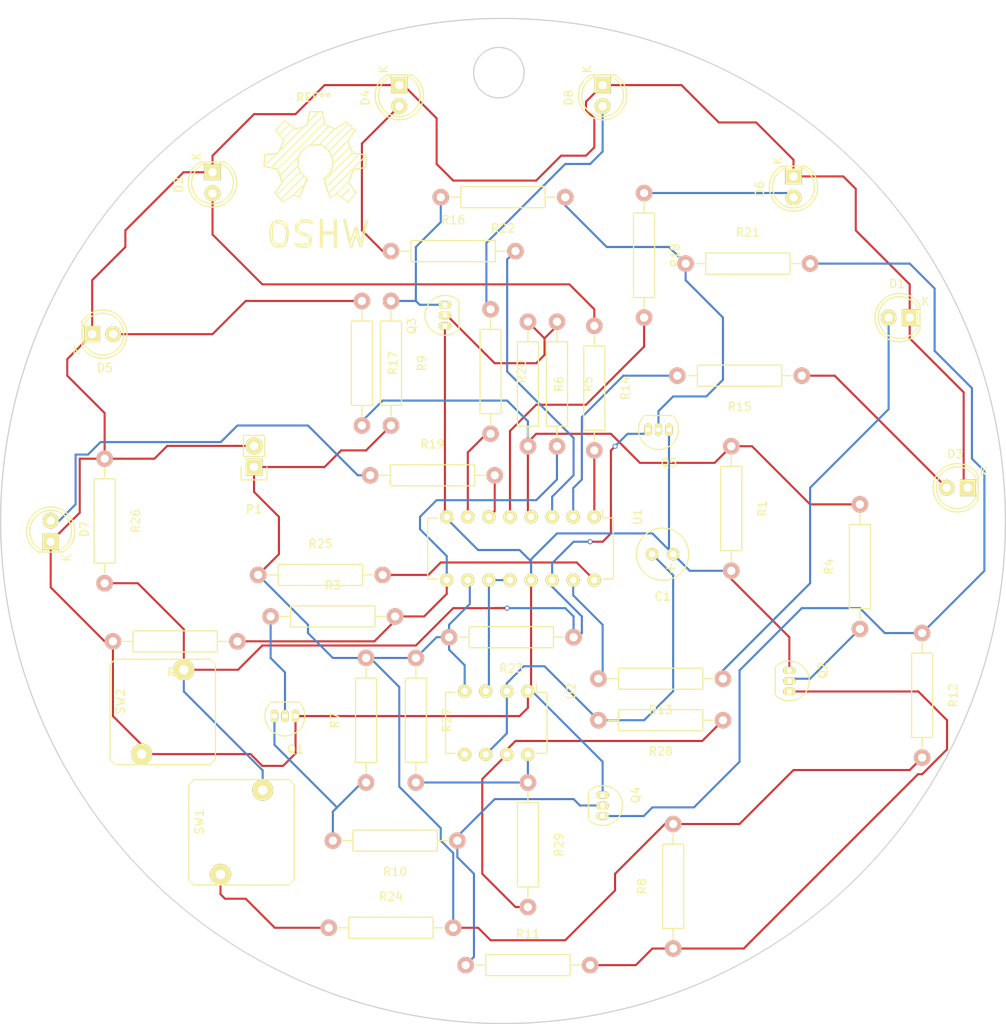
<source format=kicad_pcb>
(kicad_pcb (version 4) (host pcbnew no-vcs-found-product)

  (general
    (links 85)
    (no_connects 0)
    (area 84.894015 36.894015 206.105985 158.105985)
    (thickness 1.6)
    (drawings 3)
    (tracks 359)
    (zones 0)
    (modules 49)
    (nets 37)
  )

  (page A4)
  (title_block
    (title "LED Christmas Bauble")
    (date 2015-09-12)
    (rev 1.0)
    (comment 1 "The first chaotic version without a battery")
  )

  (layers
    (0 F.Cu signal)
    (31 B.Cu signal)
    (32 B.Adhes user)
    (33 F.Adhes user)
    (34 B.Paste user)
    (35 F.Paste user)
    (36 B.SilkS user)
    (37 F.SilkS user)
    (38 B.Mask user)
    (39 F.Mask user)
    (40 Dwgs.User user)
    (41 Cmts.User user)
    (42 Eco1.User user)
    (43 Eco2.User user)
    (44 Edge.Cuts user)
    (45 Margin user)
    (46 B.CrtYd user)
    (47 F.CrtYd user)
    (48 B.Fab user)
    (49 F.Fab user)
  )

  (setup
    (last_trace_width 0.25)
    (trace_clearance 0.2)
    (zone_clearance 0.508)
    (zone_45_only no)
    (trace_min 0.2)
    (segment_width 0.2)
    (edge_width 0.15)
    (via_size 0.6)
    (via_drill 0.4)
    (via_min_size 0.4)
    (via_min_drill 0.3)
    (uvia_size 0.3)
    (uvia_drill 0.1)
    (uvias_allowed no)
    (uvia_min_size 0.2)
    (uvia_min_drill 0.1)
    (pcb_text_width 0.3)
    (pcb_text_size 1.5 1.5)
    (mod_edge_width 0.15)
    (mod_text_size 1 1)
    (mod_text_width 0.15)
    (pad_size 1.524 1.524)
    (pad_drill 0.762)
    (pad_to_mask_clearance 0.2)
    (aux_axis_origin 0 0)
    (visible_elements FFFEFFFF)
    (pcbplotparams
      (layerselection 0x00030_80000001)
      (usegerberextensions false)
      (excludeedgelayer true)
      (linewidth 0.100000)
      (plotframeref false)
      (viasonmask false)
      (mode 1)
      (useauxorigin false)
      (hpglpennumber 1)
      (hpglpenspeed 20)
      (hpglpendiameter 15)
      (hpglpenoverlay 2)
      (psnegative false)
      (psa4output false)
      (plotreference true)
      (plotvalue true)
      (plotinvisibletext false)
      (padsonsilk false)
      (subtractmaskfromsilk false)
      (outputformat 1)
      (mirror false)
      (drillshape 0)
      (scaleselection 1)
      (outputdirectory ""))
  )

  (net 0 "")
  (net 1 "Net-(C1-Pad2)")
  (net 2 GND)
  (net 3 "Net-(D1-Pad2)")
  (net 4 "Net-(D2-Pad2)")
  (net 5 "Net-(D3-Pad2)")
  (net 6 "Net-(D4-Pad2)")
  (net 7 "Net-(D5-Pad2)")
  (net 8 "Net-(D6-Pad2)")
  (net 9 "Net-(D7-Pad2)")
  (net 10 "Net-(D8-Pad2)")
  (net 11 VCC)
  (net 12 "Net-(Q1-Pad2)")
  (net 13 "Net-(Q1-Pad3)")
  (net 14 "Net-(Q2-Pad2)")
  (net 15 "Net-(Q2-Pad3)")
  (net 16 "Net-(Q3-Pad2)")
  (net 17 "Net-(Q3-Pad3)")
  (net 18 "Net-(Q4-Pad2)")
  (net 19 "Net-(Q4-Pad3)")
  (net 20 "Net-(Q5-Pad2)")
  (net 21 /PULL_HIGH)
  (net 22 /LED_E)
  (net 23 /XOR_IN_A)
  (net 24 /LED_A)
  (net 25 /LED_B)
  (net 26 /LED_C)
  (net 27 /LED_D)
  (net 28 /LED_F)
  (net 29 /LED_G)
  (net 30 /LED_H)
  (net 31 "Net-(R24-Pad1)")
  (net 32 "Net-(R25-Pad2)")
  (net 33 "Net-(R27-Pad2)")
  (net 34 "Net-(R28-Pad1)")
  (net 35 /555_OUT)
  (net 36 "Net-(U2-Pad5)")

  (net_class Default "This is the default net class."
    (clearance 0.2)
    (trace_width 0.25)
    (via_dia 0.6)
    (via_drill 0.4)
    (uvia_dia 0.3)
    (uvia_drill 0.1)
    (add_net /555_OUT)
    (add_net /LED_A)
    (add_net /LED_B)
    (add_net /LED_C)
    (add_net /LED_D)
    (add_net /LED_E)
    (add_net /LED_F)
    (add_net /LED_G)
    (add_net /LED_H)
    (add_net /PULL_HIGH)
    (add_net /XOR_IN_A)
    (add_net GND)
    (add_net "Net-(C1-Pad2)")
    (add_net "Net-(D1-Pad2)")
    (add_net "Net-(D2-Pad2)")
    (add_net "Net-(D3-Pad2)")
    (add_net "Net-(D4-Pad2)")
    (add_net "Net-(D5-Pad2)")
    (add_net "Net-(D6-Pad2)")
    (add_net "Net-(D7-Pad2)")
    (add_net "Net-(D8-Pad2)")
    (add_net "Net-(Q1-Pad2)")
    (add_net "Net-(Q1-Pad3)")
    (add_net "Net-(Q2-Pad2)")
    (add_net "Net-(Q2-Pad3)")
    (add_net "Net-(Q3-Pad2)")
    (add_net "Net-(Q3-Pad3)")
    (add_net "Net-(Q4-Pad2)")
    (add_net "Net-(Q4-Pad3)")
    (add_net "Net-(Q5-Pad2)")
    (add_net "Net-(R24-Pad1)")
    (add_net "Net-(R25-Pad2)")
    (add_net "Net-(R27-Pad2)")
    (add_net "Net-(R28-Pad1)")
    (add_net "Net-(U2-Pad5)")
    (add_net VCC)
  )

  (module Capacitors_Elko_ThroughHole:Elko_vert_11.2x6.3mm_RM2.5_CopperClear (layer F.Cu) (tedit 5454A12B) (tstamp 55F33639)
    (at 166 101.5 180)
    (descr "Electrolytic Capacitor, vertical, diameter 6,3mm, RM 2,5mm, CopperClear, radial,")
    (tags "Electrolytic Capacitor, vertical, diameter 6,3mm, RM 2,5mm, Elko, Electrolytkondensator, Kondensator gepolt, Durchmesser 6,3mm, CopperClear, radial,")
    (path /55F746FE)
    (fp_text reference C1 (at 1.27 -5.08 180) (layer F.SilkS)
      (effects (font (size 1 1) (thickness 0.15)))
    )
    (fp_text value 22µF (at 1.27 5.08 180) (layer F.Fab)
      (effects (font (size 1 1) (thickness 0.15)))
    )
    (fp_line (start 0.26924 -1.69926) (end 0.76962 -1.69926) (layer F.SilkS) (width 0.15))
    (fp_line (start 0.26924 -1.69926) (end 0.26924 -2.19964) (layer F.SilkS) (width 0.15))
    (fp_line (start -0.23114 -1.69926) (end 0.26924 -1.69926) (layer F.SilkS) (width 0.15))
    (fp_line (start 0.26924 -1.69926) (end 0.26924 -1.30048) (layer F.SilkS) (width 0.15))
    (fp_line (start 0.26924 -1.30048) (end 0.26924 -1.19888) (layer F.SilkS) (width 0.15))
    (fp_circle (center 1.27 0) (end 4.4196 0) (layer F.SilkS) (width 0.15))
    (pad 2 thru_hole circle (at 2.54 0 180) (size 1.50114 1.50114) (drill 0.8001) (layers *.Cu *.Mask F.SilkS)
      (net 1 "Net-(C1-Pad2)"))
    (pad 1 thru_hole circle (at 0 0 180) (size 1.50114 1.50114) (drill 0.8001) (layers *.Cu *.Mask F.SilkS)
      (net 2 GND))
    (model Capacitors_Elko_ThroughHole.3dshapes/Elko_vert_11.2x6.3mm_RM2.5_CopperClear.wrl
      (at (xyz 0 0 0))
      (scale (xyz 1 1 1))
      (rotate (xyz 0 0 0))
    )
  )

  (module LEDs:LED-5MM (layer F.Cu) (tedit 5570F7EA) (tstamp 55F3363F)
    (at 194.5 73 180)
    (descr "LED 5mm round vertical")
    (tags "LED 5mm round vertical")
    (path /55F53C47)
    (fp_text reference D1 (at 1.524 4.064 180) (layer F.SilkS)
      (effects (font (size 1 1) (thickness 0.15)))
    )
    (fp_text value LED (at 1.524 -3.937 180) (layer F.Fab)
      (effects (font (size 1 1) (thickness 0.15)))
    )
    (fp_line (start -1.5 -1.55) (end -1.5 1.55) (layer F.CrtYd) (width 0.05))
    (fp_arc (start 1.3 0) (end -1.5 1.55) (angle -302) (layer F.CrtYd) (width 0.05))
    (fp_arc (start 1.27 0) (end -1.23 -1.5) (angle 297.5) (layer F.SilkS) (width 0.15))
    (fp_line (start -1.23 1.5) (end -1.23 -1.5) (layer F.SilkS) (width 0.15))
    (fp_circle (center 1.27 0) (end 0.97 -2.5) (layer F.SilkS) (width 0.15))
    (fp_text user K (at -1.905 1.905 180) (layer F.SilkS)
      (effects (font (size 1 1) (thickness 0.15)))
    )
    (pad 1 thru_hole rect (at 0 0 270) (size 2 1.9) (drill 1.00076) (layers *.Cu *.Mask F.SilkS)
      (net 2 GND))
    (pad 2 thru_hole circle (at 2.54 0 180) (size 1.9 1.9) (drill 1.00076) (layers *.Cu *.Mask F.SilkS)
      (net 3 "Net-(D1-Pad2)"))
    (model LEDs.3dshapes/LED-5MM.wrl
      (at (xyz 0.05 0 0))
      (scale (xyz 1 1 1))
      (rotate (xyz 0 0 90))
    )
  )

  (module LEDs:LED-5MM (layer F.Cu) (tedit 5570F7EA) (tstamp 55F33645)
    (at 110.5 55.5 270)
    (descr "LED 5mm round vertical")
    (tags "LED 5mm round vertical")
    (path /55F54F09)
    (fp_text reference D2 (at 1.524 4.064 270) (layer F.SilkS)
      (effects (font (size 1 1) (thickness 0.15)))
    )
    (fp_text value LED (at 1.524 -3.937 270) (layer F.Fab)
      (effects (font (size 1 1) (thickness 0.15)))
    )
    (fp_line (start -1.5 -1.55) (end -1.5 1.55) (layer F.CrtYd) (width 0.05))
    (fp_arc (start 1.3 0) (end -1.5 1.55) (angle -302) (layer F.CrtYd) (width 0.05))
    (fp_arc (start 1.27 0) (end -1.23 -1.5) (angle 297.5) (layer F.SilkS) (width 0.15))
    (fp_line (start -1.23 1.5) (end -1.23 -1.5) (layer F.SilkS) (width 0.15))
    (fp_circle (center 1.27 0) (end 0.97 -2.5) (layer F.SilkS) (width 0.15))
    (fp_text user K (at -1.905 1.905 270) (layer F.SilkS)
      (effects (font (size 1 1) (thickness 0.15)))
    )
    (pad 1 thru_hole rect (at 0 0) (size 2 1.9) (drill 1.00076) (layers *.Cu *.Mask F.SilkS)
      (net 2 GND))
    (pad 2 thru_hole circle (at 2.54 0 270) (size 1.9 1.9) (drill 1.00076) (layers *.Cu *.Mask F.SilkS)
      (net 4 "Net-(D2-Pad2)"))
    (model LEDs.3dshapes/LED-5MM.wrl
      (at (xyz 0.05 0 0))
      (scale (xyz 1 1 1))
      (rotate (xyz 0 0 90))
    )
  )

  (module LEDs:LED-5MM (layer F.Cu) (tedit 5570F7EA) (tstamp 55F3364B)
    (at 201.5 93.5 180)
    (descr "LED 5mm round vertical")
    (tags "LED 5mm round vertical")
    (path /55F564A1)
    (fp_text reference D3 (at 1.524 4.064 180) (layer F.SilkS)
      (effects (font (size 1 1) (thickness 0.15)))
    )
    (fp_text value LED (at 1.524 -3.937 180) (layer F.Fab)
      (effects (font (size 1 1) (thickness 0.15)))
    )
    (fp_line (start -1.5 -1.55) (end -1.5 1.55) (layer F.CrtYd) (width 0.05))
    (fp_arc (start 1.3 0) (end -1.5 1.55) (angle -302) (layer F.CrtYd) (width 0.05))
    (fp_arc (start 1.27 0) (end -1.23 -1.5) (angle 297.5) (layer F.SilkS) (width 0.15))
    (fp_line (start -1.23 1.5) (end -1.23 -1.5) (layer F.SilkS) (width 0.15))
    (fp_circle (center 1.27 0) (end 0.97 -2.5) (layer F.SilkS) (width 0.15))
    (fp_text user K (at -1.905 1.905 180) (layer F.SilkS)
      (effects (font (size 1 1) (thickness 0.15)))
    )
    (pad 1 thru_hole rect (at 0 0 270) (size 2 1.9) (drill 1.00076) (layers *.Cu *.Mask F.SilkS)
      (net 2 GND))
    (pad 2 thru_hole circle (at 2.54 0 180) (size 1.9 1.9) (drill 1.00076) (layers *.Cu *.Mask F.SilkS)
      (net 5 "Net-(D3-Pad2)"))
    (model LEDs.3dshapes/LED-5MM.wrl
      (at (xyz 0.05 0 0))
      (scale (xyz 1 1 1))
      (rotate (xyz 0 0 90))
    )
  )

  (module LEDs:LED-5MM (layer F.Cu) (tedit 5570F7EA) (tstamp 55F33651)
    (at 133 45 270)
    (descr "LED 5mm round vertical")
    (tags "LED 5mm round vertical")
    (path /55F56568)
    (fp_text reference D4 (at 1.524 4.064 270) (layer F.SilkS)
      (effects (font (size 1 1) (thickness 0.15)))
    )
    (fp_text value LED (at 1.524 -3.937 270) (layer F.Fab)
      (effects (font (size 1 1) (thickness 0.15)))
    )
    (fp_line (start -1.5 -1.55) (end -1.5 1.55) (layer F.CrtYd) (width 0.05))
    (fp_arc (start 1.3 0) (end -1.5 1.55) (angle -302) (layer F.CrtYd) (width 0.05))
    (fp_arc (start 1.27 0) (end -1.23 -1.5) (angle 297.5) (layer F.SilkS) (width 0.15))
    (fp_line (start -1.23 1.5) (end -1.23 -1.5) (layer F.SilkS) (width 0.15))
    (fp_circle (center 1.27 0) (end 0.97 -2.5) (layer F.SilkS) (width 0.15))
    (fp_text user K (at -1.905 1.905 270) (layer F.SilkS)
      (effects (font (size 1 1) (thickness 0.15)))
    )
    (pad 1 thru_hole rect (at 0 0) (size 2 1.9) (drill 1.00076) (layers *.Cu *.Mask F.SilkS)
      (net 2 GND))
    (pad 2 thru_hole circle (at 2.54 0 270) (size 1.9 1.9) (drill 1.00076) (layers *.Cu *.Mask F.SilkS)
      (net 6 "Net-(D4-Pad2)"))
    (model LEDs.3dshapes/LED-5MM.wrl
      (at (xyz 0.05 0 0))
      (scale (xyz 1 1 1))
      (rotate (xyz 0 0 90))
    )
  )

  (module LEDs:LED-5MM (layer F.Cu) (tedit 5570F7EA) (tstamp 55F33657)
    (at 96 75)
    (descr "LED 5mm round vertical")
    (tags "LED 5mm round vertical")
    (path /55F597F1)
    (fp_text reference D5 (at 1.524 4.064) (layer F.SilkS)
      (effects (font (size 1 1) (thickness 0.15)))
    )
    (fp_text value LED (at 1.524 -3.937) (layer F.Fab)
      (effects (font (size 1 1) (thickness 0.15)))
    )
    (fp_line (start -1.5 -1.55) (end -1.5 1.55) (layer F.CrtYd) (width 0.05))
    (fp_arc (start 1.3 0) (end -1.5 1.55) (angle -302) (layer F.CrtYd) (width 0.05))
    (fp_arc (start 1.27 0) (end -1.23 -1.5) (angle 297.5) (layer F.SilkS) (width 0.15))
    (fp_line (start -1.23 1.5) (end -1.23 -1.5) (layer F.SilkS) (width 0.15))
    (fp_circle (center 1.27 0) (end 0.97 -2.5) (layer F.SilkS) (width 0.15))
    (fp_text user K (at -1.905 1.905) (layer F.SilkS)
      (effects (font (size 1 1) (thickness 0.15)))
    )
    (pad 1 thru_hole rect (at 0 0 90) (size 2 1.9) (drill 1.00076) (layers *.Cu *.Mask F.SilkS)
      (net 2 GND))
    (pad 2 thru_hole circle (at 2.54 0) (size 1.9 1.9) (drill 1.00076) (layers *.Cu *.Mask F.SilkS)
      (net 7 "Net-(D5-Pad2)"))
    (model LEDs.3dshapes/LED-5MM.wrl
      (at (xyz 0.05 0 0))
      (scale (xyz 1 1 1))
      (rotate (xyz 0 0 90))
    )
  )

  (module LEDs:LED-5MM (layer F.Cu) (tedit 5570F7EA) (tstamp 55F3365D)
    (at 180.5 56 270)
    (descr "LED 5mm round vertical")
    (tags "LED 5mm round vertical")
    (path /55F59C5B)
    (fp_text reference D6 (at 1.524 4.064 270) (layer F.SilkS)
      (effects (font (size 1 1) (thickness 0.15)))
    )
    (fp_text value LED (at 1.524 -3.937 270) (layer F.Fab)
      (effects (font (size 1 1) (thickness 0.15)))
    )
    (fp_line (start -1.5 -1.55) (end -1.5 1.55) (layer F.CrtYd) (width 0.05))
    (fp_arc (start 1.3 0) (end -1.5 1.55) (angle -302) (layer F.CrtYd) (width 0.05))
    (fp_arc (start 1.27 0) (end -1.23 -1.5) (angle 297.5) (layer F.SilkS) (width 0.15))
    (fp_line (start -1.23 1.5) (end -1.23 -1.5) (layer F.SilkS) (width 0.15))
    (fp_circle (center 1.27 0) (end 0.97 -2.5) (layer F.SilkS) (width 0.15))
    (fp_text user K (at -1.905 1.905 270) (layer F.SilkS)
      (effects (font (size 1 1) (thickness 0.15)))
    )
    (pad 1 thru_hole rect (at 0 0) (size 2 1.9) (drill 1.00076) (layers *.Cu *.Mask F.SilkS)
      (net 2 GND))
    (pad 2 thru_hole circle (at 2.54 0 270) (size 1.9 1.9) (drill 1.00076) (layers *.Cu *.Mask F.SilkS)
      (net 8 "Net-(D6-Pad2)"))
    (model LEDs.3dshapes/LED-5MM.wrl
      (at (xyz 0.05 0 0))
      (scale (xyz 1 1 1))
      (rotate (xyz 0 0 90))
    )
  )

  (module LEDs:LED-5MM (layer F.Cu) (tedit 5570F7EA) (tstamp 55F33663)
    (at 91 100 90)
    (descr "LED 5mm round vertical")
    (tags "LED 5mm round vertical")
    (path /55F5C210)
    (fp_text reference D7 (at 1.524 4.064 90) (layer F.SilkS)
      (effects (font (size 1 1) (thickness 0.15)))
    )
    (fp_text value LED (at 1.524 -3.937 90) (layer F.Fab)
      (effects (font (size 1 1) (thickness 0.15)))
    )
    (fp_line (start -1.5 -1.55) (end -1.5 1.55) (layer F.CrtYd) (width 0.05))
    (fp_arc (start 1.3 0) (end -1.5 1.55) (angle -302) (layer F.CrtYd) (width 0.05))
    (fp_arc (start 1.27 0) (end -1.23 -1.5) (angle 297.5) (layer F.SilkS) (width 0.15))
    (fp_line (start -1.23 1.5) (end -1.23 -1.5) (layer F.SilkS) (width 0.15))
    (fp_circle (center 1.27 0) (end 0.97 -2.5) (layer F.SilkS) (width 0.15))
    (fp_text user K (at -1.905 1.905 90) (layer F.SilkS)
      (effects (font (size 1 1) (thickness 0.15)))
    )
    (pad 1 thru_hole rect (at 0 0 180) (size 2 1.9) (drill 1.00076) (layers *.Cu *.Mask F.SilkS)
      (net 2 GND))
    (pad 2 thru_hole circle (at 2.54 0 90) (size 1.9 1.9) (drill 1.00076) (layers *.Cu *.Mask F.SilkS)
      (net 9 "Net-(D7-Pad2)"))
    (model LEDs.3dshapes/LED-5MM.wrl
      (at (xyz 0.05 0 0))
      (scale (xyz 1 1 1))
      (rotate (xyz 0 0 90))
    )
  )

  (module LEDs:LED-5MM (layer F.Cu) (tedit 5570F7EA) (tstamp 55F33669)
    (at 157.5 45 270)
    (descr "LED 5mm round vertical")
    (tags "LED 5mm round vertical")
    (path /55F5C6E4)
    (fp_text reference D8 (at 1.524 4.064 270) (layer F.SilkS)
      (effects (font (size 1 1) (thickness 0.15)))
    )
    (fp_text value LED (at 1.524 -3.937 270) (layer F.Fab)
      (effects (font (size 1 1) (thickness 0.15)))
    )
    (fp_line (start -1.5 -1.55) (end -1.5 1.55) (layer F.CrtYd) (width 0.05))
    (fp_arc (start 1.3 0) (end -1.5 1.55) (angle -302) (layer F.CrtYd) (width 0.05))
    (fp_arc (start 1.27 0) (end -1.23 -1.5) (angle 297.5) (layer F.SilkS) (width 0.15))
    (fp_line (start -1.23 1.5) (end -1.23 -1.5) (layer F.SilkS) (width 0.15))
    (fp_circle (center 1.27 0) (end 0.97 -2.5) (layer F.SilkS) (width 0.15))
    (fp_text user K (at -1.905 1.905 270) (layer F.SilkS)
      (effects (font (size 1 1) (thickness 0.15)))
    )
    (pad 1 thru_hole rect (at 0 0) (size 2 1.9) (drill 1.00076) (layers *.Cu *.Mask F.SilkS)
      (net 2 GND))
    (pad 2 thru_hole circle (at 2.54 0 270) (size 1.9 1.9) (drill 1.00076) (layers *.Cu *.Mask F.SilkS)
      (net 10 "Net-(D8-Pad2)"))
    (model LEDs.3dshapes/LED-5MM.wrl
      (at (xyz 0.05 0 0))
      (scale (xyz 1 1 1))
      (rotate (xyz 0 0 90))
    )
  )

  (module Pin_Headers:Pin_Header_Straight_1x02 (layer F.Cu) (tedit 54EA090C) (tstamp 55F3366F)
    (at 115.5 91 180)
    (descr "Through hole pin header")
    (tags "pin header")
    (path /55F5ED8C)
    (fp_text reference P1 (at 0 -5.1 180) (layer F.SilkS)
      (effects (font (size 1 1) (thickness 0.15)))
    )
    (fp_text value CONN_01X02 (at 0 -3.1 180) (layer F.Fab)
      (effects (font (size 1 1) (thickness 0.15)))
    )
    (fp_line (start 1.27 1.27) (end 1.27 3.81) (layer F.SilkS) (width 0.15))
    (fp_line (start 1.55 -1.55) (end 1.55 0) (layer F.SilkS) (width 0.15))
    (fp_line (start -1.75 -1.75) (end -1.75 4.3) (layer F.CrtYd) (width 0.05))
    (fp_line (start 1.75 -1.75) (end 1.75 4.3) (layer F.CrtYd) (width 0.05))
    (fp_line (start -1.75 -1.75) (end 1.75 -1.75) (layer F.CrtYd) (width 0.05))
    (fp_line (start -1.75 4.3) (end 1.75 4.3) (layer F.CrtYd) (width 0.05))
    (fp_line (start 1.27 1.27) (end -1.27 1.27) (layer F.SilkS) (width 0.15))
    (fp_line (start -1.55 0) (end -1.55 -1.55) (layer F.SilkS) (width 0.15))
    (fp_line (start -1.55 -1.55) (end 1.55 -1.55) (layer F.SilkS) (width 0.15))
    (fp_line (start -1.27 1.27) (end -1.27 3.81) (layer F.SilkS) (width 0.15))
    (fp_line (start -1.27 3.81) (end 1.27 3.81) (layer F.SilkS) (width 0.15))
    (pad 1 thru_hole rect (at 0 0 180) (size 2.032 2.032) (drill 1.016) (layers *.Cu *.Mask F.SilkS)
      (net 11 VCC))
    (pad 2 thru_hole oval (at 0 2.54 180) (size 2.032 2.032) (drill 1.016) (layers *.Cu *.Mask F.SilkS)
      (net 2 GND))
    (model Pin_Headers.3dshapes/Pin_Header_Straight_1x02.wrl
      (at (xyz 0 -0.05 0))
      (scale (xyz 1 1 1))
      (rotate (xyz 0 0 90))
    )
  )

  (module Housings_TO-92:TO-92_Inline_Narrow_Oval (layer F.Cu) (tedit 54F24281) (tstamp 55F33676)
    (at 120.5 121 180)
    (descr "TO-92 leads in-line, narrow, oval pads, drill 0.6mm (see NXP sot054_po.pdf)")
    (tags "to-92 sc-43 sc-43a sot54 PA33 transistor")
    (path /55F30895)
    (fp_text reference Q1 (at 0 -4 180) (layer F.SilkS)
      (effects (font (size 1 1) (thickness 0.15)))
    )
    (fp_text value Q_NPN_EBC (at 0 3 180) (layer F.Fab)
      (effects (font (size 1 1) (thickness 0.15)))
    )
    (fp_line (start -1.4 1.95) (end -1.4 -2.65) (layer F.CrtYd) (width 0.05))
    (fp_line (start -1.4 1.95) (end 3.95 1.95) (layer F.CrtYd) (width 0.05))
    (fp_line (start -0.43 1.7) (end 2.97 1.7) (layer F.SilkS) (width 0.15))
    (fp_arc (start 1.27 0) (end 1.27 -2.4) (angle -135) (layer F.SilkS) (width 0.15))
    (fp_arc (start 1.27 0) (end 1.27 -2.4) (angle 135) (layer F.SilkS) (width 0.15))
    (fp_line (start -1.4 -2.65) (end 3.95 -2.65) (layer F.CrtYd) (width 0.05))
    (fp_line (start 3.95 1.95) (end 3.95 -2.65) (layer F.CrtYd) (width 0.05))
    (pad 2 thru_hole oval (at 1.27 0) (size 0.89916 1.50114) (drill 0.6) (layers *.Cu *.Mask F.SilkS)
      (net 12 "Net-(Q1-Pad2)"))
    (pad 3 thru_hole oval (at 2.54 0) (size 0.89916 1.50114) (drill 0.6) (layers *.Cu *.Mask F.SilkS)
      (net 13 "Net-(Q1-Pad3)"))
    (pad 1 thru_hole oval (at 0 0) (size 0.89916 1.50114) (drill 0.6) (layers *.Cu *.Mask F.SilkS)
      (net 2 GND))
    (model Housings_TO-92.3dshapes/TO-92_Inline_Narrow_Oval.wrl
      (at (xyz 0.05 0 0))
      (scale (xyz 1 1 1))
      (rotate (xyz 0 0 -90))
    )
  )

  (module Housings_TO-92:TO-92_Inline_Narrow_Oval (layer F.Cu) (tedit 54F24281) (tstamp 55F3367D)
    (at 180 115.5 270)
    (descr "TO-92 leads in-line, narrow, oval pads, drill 0.6mm (see NXP sot054_po.pdf)")
    (tags "to-92 sc-43 sc-43a sot54 PA33 transistor")
    (path /55F3199C)
    (fp_text reference Q2 (at 0 -4 270) (layer F.SilkS)
      (effects (font (size 1 1) (thickness 0.15)))
    )
    (fp_text value Q_NPN_EBC (at 0 3 270) (layer F.Fab)
      (effects (font (size 1 1) (thickness 0.15)))
    )
    (fp_line (start -1.4 1.95) (end -1.4 -2.65) (layer F.CrtYd) (width 0.05))
    (fp_line (start -1.4 1.95) (end 3.95 1.95) (layer F.CrtYd) (width 0.05))
    (fp_line (start -0.43 1.7) (end 2.97 1.7) (layer F.SilkS) (width 0.15))
    (fp_arc (start 1.27 0) (end 1.27 -2.4) (angle -135) (layer F.SilkS) (width 0.15))
    (fp_arc (start 1.27 0) (end 1.27 -2.4) (angle 135) (layer F.SilkS) (width 0.15))
    (fp_line (start -1.4 -2.65) (end 3.95 -2.65) (layer F.CrtYd) (width 0.05))
    (fp_line (start 3.95 1.95) (end 3.95 -2.65) (layer F.CrtYd) (width 0.05))
    (pad 2 thru_hole oval (at 1.27 0 90) (size 0.89916 1.50114) (drill 0.6) (layers *.Cu *.Mask F.SilkS)
      (net 14 "Net-(Q2-Pad2)"))
    (pad 3 thru_hole oval (at 2.54 0 90) (size 0.89916 1.50114) (drill 0.6) (layers *.Cu *.Mask F.SilkS)
      (net 15 "Net-(Q2-Pad3)"))
    (pad 1 thru_hole oval (at 0 0 90) (size 0.89916 1.50114) (drill 0.6) (layers *.Cu *.Mask F.SilkS)
      (net 2 GND))
    (model Housings_TO-92.3dshapes/TO-92_Inline_Narrow_Oval.wrl
      (at (xyz 0.05 0 0))
      (scale (xyz 1 1 1))
      (rotate (xyz 0 0 -90))
    )
  )

  (module Housings_TO-92:TO-92_Inline_Narrow_Oval (layer F.Cu) (tedit 54F24281) (tstamp 55F33684)
    (at 138.5 74 90)
    (descr "TO-92 leads in-line, narrow, oval pads, drill 0.6mm (see NXP sot054_po.pdf)")
    (tags "to-92 sc-43 sc-43a sot54 PA33 transistor")
    (path /55F3302C)
    (fp_text reference Q3 (at 0 -4 90) (layer F.SilkS)
      (effects (font (size 1 1) (thickness 0.15)))
    )
    (fp_text value Q_NPN_EBC (at 0 3 90) (layer F.Fab)
      (effects (font (size 1 1) (thickness 0.15)))
    )
    (fp_line (start -1.4 1.95) (end -1.4 -2.65) (layer F.CrtYd) (width 0.05))
    (fp_line (start -1.4 1.95) (end 3.95 1.95) (layer F.CrtYd) (width 0.05))
    (fp_line (start -0.43 1.7) (end 2.97 1.7) (layer F.SilkS) (width 0.15))
    (fp_arc (start 1.27 0) (end 1.27 -2.4) (angle -135) (layer F.SilkS) (width 0.15))
    (fp_arc (start 1.27 0) (end 1.27 -2.4) (angle 135) (layer F.SilkS) (width 0.15))
    (fp_line (start -1.4 -2.65) (end 3.95 -2.65) (layer F.CrtYd) (width 0.05))
    (fp_line (start 3.95 1.95) (end 3.95 -2.65) (layer F.CrtYd) (width 0.05))
    (pad 2 thru_hole oval (at 1.27 0 270) (size 0.89916 1.50114) (drill 0.6) (layers *.Cu *.Mask F.SilkS)
      (net 16 "Net-(Q3-Pad2)"))
    (pad 3 thru_hole oval (at 2.54 0 270) (size 0.89916 1.50114) (drill 0.6) (layers *.Cu *.Mask F.SilkS)
      (net 17 "Net-(Q3-Pad3)"))
    (pad 1 thru_hole oval (at 0 0 270) (size 0.89916 1.50114) (drill 0.6) (layers *.Cu *.Mask F.SilkS)
      (net 2 GND))
    (model Housings_TO-92.3dshapes/TO-92_Inline_Narrow_Oval.wrl
      (at (xyz 0.05 0 0))
      (scale (xyz 1 1 1))
      (rotate (xyz 0 0 -90))
    )
  )

  (module Housings_TO-92:TO-92_Inline_Narrow_Oval (layer F.Cu) (tedit 54F24281) (tstamp 55F3368B)
    (at 157.5 130.5 270)
    (descr "TO-92 leads in-line, narrow, oval pads, drill 0.6mm (see NXP sot054_po.pdf)")
    (tags "to-92 sc-43 sc-43a sot54 PA33 transistor")
    (path /55F32015)
    (fp_text reference Q4 (at 0 -4 270) (layer F.SilkS)
      (effects (font (size 1 1) (thickness 0.15)))
    )
    (fp_text value Q_NPN_EBC (at 0 3 270) (layer F.Fab)
      (effects (font (size 1 1) (thickness 0.15)))
    )
    (fp_line (start -1.4 1.95) (end -1.4 -2.65) (layer F.CrtYd) (width 0.05))
    (fp_line (start -1.4 1.95) (end 3.95 1.95) (layer F.CrtYd) (width 0.05))
    (fp_line (start -0.43 1.7) (end 2.97 1.7) (layer F.SilkS) (width 0.15))
    (fp_arc (start 1.27 0) (end 1.27 -2.4) (angle -135) (layer F.SilkS) (width 0.15))
    (fp_arc (start 1.27 0) (end 1.27 -2.4) (angle 135) (layer F.SilkS) (width 0.15))
    (fp_line (start -1.4 -2.65) (end 3.95 -2.65) (layer F.CrtYd) (width 0.05))
    (fp_line (start 3.95 1.95) (end 3.95 -2.65) (layer F.CrtYd) (width 0.05))
    (pad 2 thru_hole oval (at 1.27 0 90) (size 0.89916 1.50114) (drill 0.6) (layers *.Cu *.Mask F.SilkS)
      (net 18 "Net-(Q4-Pad2)"))
    (pad 3 thru_hole oval (at 2.54 0 90) (size 0.89916 1.50114) (drill 0.6) (layers *.Cu *.Mask F.SilkS)
      (net 19 "Net-(Q4-Pad3)"))
    (pad 1 thru_hole oval (at 0 0 90) (size 0.89916 1.50114) (drill 0.6) (layers *.Cu *.Mask F.SilkS)
      (net 2 GND))
    (model Housings_TO-92.3dshapes/TO-92_Inline_Narrow_Oval.wrl
      (at (xyz 0.05 0 0))
      (scale (xyz 1 1 1))
      (rotate (xyz 0 0 -90))
    )
  )

  (module Housings_TO-92:TO-92_Inline_Narrow_Oval (layer F.Cu) (tedit 54F24281) (tstamp 55F33692)
    (at 165.5 86.5 180)
    (descr "TO-92 leads in-line, narrow, oval pads, drill 0.6mm (see NXP sot054_po.pdf)")
    (tags "to-92 sc-43 sc-43a sot54 PA33 transistor")
    (path /55F3364A)
    (fp_text reference Q5 (at 0 -4 180) (layer F.SilkS)
      (effects (font (size 1 1) (thickness 0.15)))
    )
    (fp_text value Q_NPN_EBC (at 0 3 180) (layer F.Fab)
      (effects (font (size 1 1) (thickness 0.15)))
    )
    (fp_line (start -1.4 1.95) (end -1.4 -2.65) (layer F.CrtYd) (width 0.05))
    (fp_line (start -1.4 1.95) (end 3.95 1.95) (layer F.CrtYd) (width 0.05))
    (fp_line (start -0.43 1.7) (end 2.97 1.7) (layer F.SilkS) (width 0.15))
    (fp_arc (start 1.27 0) (end 1.27 -2.4) (angle -135) (layer F.SilkS) (width 0.15))
    (fp_arc (start 1.27 0) (end 1.27 -2.4) (angle 135) (layer F.SilkS) (width 0.15))
    (fp_line (start -1.4 -2.65) (end 3.95 -2.65) (layer F.CrtYd) (width 0.05))
    (fp_line (start 3.95 1.95) (end 3.95 -2.65) (layer F.CrtYd) (width 0.05))
    (pad 2 thru_hole oval (at 1.27 0) (size 0.89916 1.50114) (drill 0.6) (layers *.Cu *.Mask F.SilkS)
      (net 20 "Net-(Q5-Pad2)"))
    (pad 3 thru_hole oval (at 2.54 0) (size 0.89916 1.50114) (drill 0.6) (layers *.Cu *.Mask F.SilkS)
      (net 21 /PULL_HIGH))
    (pad 1 thru_hole oval (at 0 0) (size 0.89916 1.50114) (drill 0.6) (layers *.Cu *.Mask F.SilkS)
      (net 2 GND))
    (model Housings_TO-92.3dshapes/TO-92_Inline_Narrow_Oval.wrl
      (at (xyz 0.05 0 0))
      (scale (xyz 1 1 1))
      (rotate (xyz 0 0 -90))
    )
  )

  (module Resistors_ThroughHole:Resistor_Horizontal_RM15mm (layer F.Cu) (tedit 53F56292) (tstamp 55F33698)
    (at 173 96 270)
    (descr "Resistor, Axial, RM 15mm,")
    (tags "Resistor, Axial, RM 15mm,")
    (path /55F34D5E)
    (fp_text reference R1 (at 0 -3.74904 270) (layer F.SilkS)
      (effects (font (size 1 1) (thickness 0.15)))
    )
    (fp_text value 10k (at 0 4.0005 270) (layer F.Fab)
      (effects (font (size 1 1) (thickness 0.15)))
    )
    (fp_line (start -5.08 -1.27) (end -5.08 1.27) (layer F.SilkS) (width 0.15))
    (fp_line (start -5.08 1.27) (end 5.08 1.27) (layer F.SilkS) (width 0.15))
    (fp_line (start 5.08 1.27) (end 5.08 -1.27) (layer F.SilkS) (width 0.15))
    (fp_line (start 5.08 -1.27) (end -5.08 -1.27) (layer F.SilkS) (width 0.15))
    (fp_line (start 6.35 0) (end 5.08 0) (layer F.SilkS) (width 0.15))
    (fp_line (start -6.35 0) (end -5.08 0) (layer F.SilkS) (width 0.15))
    (pad 1 thru_hole circle (at -7.5 0 270) (size 1.99898 1.99898) (drill 1.00076) (layers *.Cu *.SilkS *.Mask)
      (net 22 /LED_E))
    (pad 2 thru_hole circle (at 7.5 0 270) (size 1.99898 1.99898) (drill 1.00076) (layers *.Cu *.SilkS *.Mask)
      (net 2 GND))
    (model Resistors_ThroughHole.3dshapes/Resistor_Horizontal_RM15mm.wrl
      (at (xyz 0 0 0))
      (scale (xyz 0.4 0.4 0.4))
      (rotate (xyz 0 0 0))
    )
  )

  (module Resistors_ThroughHole:Resistor_Horizontal_RM15mm (layer F.Cu) (tedit 53F56292) (tstamp 55F3369E)
    (at 106 112 180)
    (descr "Resistor, Axial, RM 15mm,")
    (tags "Resistor, Axial, RM 15mm,")
    (path /55F34ABA)
    (fp_text reference R2 (at 0 -3.74904 180) (layer F.SilkS)
      (effects (font (size 1 1) (thickness 0.15)))
    )
    (fp_text value 10k (at 0 4.0005 180) (layer F.Fab)
      (effects (font (size 1 1) (thickness 0.15)))
    )
    (fp_line (start -5.08 -1.27) (end -5.08 1.27) (layer F.SilkS) (width 0.15))
    (fp_line (start -5.08 1.27) (end 5.08 1.27) (layer F.SilkS) (width 0.15))
    (fp_line (start 5.08 1.27) (end 5.08 -1.27) (layer F.SilkS) (width 0.15))
    (fp_line (start 5.08 -1.27) (end -5.08 -1.27) (layer F.SilkS) (width 0.15))
    (fp_line (start 6.35 0) (end 5.08 0) (layer F.SilkS) (width 0.15))
    (fp_line (start -6.35 0) (end -5.08 0) (layer F.SilkS) (width 0.15))
    (pad 1 thru_hole circle (at -7.5 0 180) (size 1.99898 1.99898) (drill 1.00076) (layers *.Cu *.SilkS *.Mask)
      (net 23 /XOR_IN_A))
    (pad 2 thru_hole circle (at 7.5 0 180) (size 1.99898 1.99898) (drill 1.00076) (layers *.Cu *.SilkS *.Mask)
      (net 2 GND))
    (model Resistors_ThroughHole.3dshapes/Resistor_Horizontal_RM15mm.wrl
      (at (xyz 0 0 0))
      (scale (xyz 0.4 0.4 0.4))
      (rotate (xyz 0 0 0))
    )
  )

  (module Resistors_ThroughHole:Resistor_Horizontal_RM15mm (layer F.Cu) (tedit 53F56292) (tstamp 55F336A4)
    (at 125 109)
    (descr "Resistor, Axial, RM 15mm,")
    (tags "Resistor, Axial, RM 15mm,")
    (path /55F30E6E)
    (fp_text reference R3 (at 0 -3.74904) (layer F.SilkS)
      (effects (font (size 1 1) (thickness 0.15)))
    )
    (fp_text value 10k (at 0 4.0005) (layer F.Fab)
      (effects (font (size 1 1) (thickness 0.15)))
    )
    (fp_line (start -5.08 -1.27) (end -5.08 1.27) (layer F.SilkS) (width 0.15))
    (fp_line (start -5.08 1.27) (end 5.08 1.27) (layer F.SilkS) (width 0.15))
    (fp_line (start 5.08 1.27) (end 5.08 -1.27) (layer F.SilkS) (width 0.15))
    (fp_line (start 5.08 -1.27) (end -5.08 -1.27) (layer F.SilkS) (width 0.15))
    (fp_line (start 6.35 0) (end 5.08 0) (layer F.SilkS) (width 0.15))
    (fp_line (start -6.35 0) (end -5.08 0) (layer F.SilkS) (width 0.15))
    (pad 1 thru_hole circle (at -7.5 0) (size 1.99898 1.99898) (drill 1.00076) (layers *.Cu *.SilkS *.Mask)
      (net 12 "Net-(Q1-Pad2)"))
    (pad 2 thru_hole circle (at 7.5 0) (size 1.99898 1.99898) (drill 1.00076) (layers *.Cu *.SilkS *.Mask)
      (net 23 /XOR_IN_A))
    (model Resistors_ThroughHole.3dshapes/Resistor_Horizontal_RM15mm.wrl
      (at (xyz 0 0 0))
      (scale (xyz 0.4 0.4 0.4))
      (rotate (xyz 0 0 0))
    )
  )

  (module Resistors_ThroughHole:Resistor_Horizontal_RM15mm (layer F.Cu) (tedit 53F56292) (tstamp 55F336AA)
    (at 188.5 103 90)
    (descr "Resistor, Axial, RM 15mm,")
    (tags "Resistor, Axial, RM 15mm,")
    (path /55F319BE)
    (fp_text reference R4 (at 0 -3.74904 90) (layer F.SilkS)
      (effects (font (size 1 1) (thickness 0.15)))
    )
    (fp_text value 10k (at 0 4.0005 90) (layer F.Fab)
      (effects (font (size 1 1) (thickness 0.15)))
    )
    (fp_line (start -5.08 -1.27) (end -5.08 1.27) (layer F.SilkS) (width 0.15))
    (fp_line (start -5.08 1.27) (end 5.08 1.27) (layer F.SilkS) (width 0.15))
    (fp_line (start 5.08 1.27) (end 5.08 -1.27) (layer F.SilkS) (width 0.15))
    (fp_line (start 5.08 -1.27) (end -5.08 -1.27) (layer F.SilkS) (width 0.15))
    (fp_line (start 6.35 0) (end 5.08 0) (layer F.SilkS) (width 0.15))
    (fp_line (start -6.35 0) (end -5.08 0) (layer F.SilkS) (width 0.15))
    (pad 1 thru_hole circle (at -7.5 0 90) (size 1.99898 1.99898) (drill 1.00076) (layers *.Cu *.SilkS *.Mask)
      (net 14 "Net-(Q2-Pad2)"))
    (pad 2 thru_hole circle (at 7.5 0 90) (size 1.99898 1.99898) (drill 1.00076) (layers *.Cu *.SilkS *.Mask)
      (net 22 /LED_E))
    (model Resistors_ThroughHole.3dshapes/Resistor_Horizontal_RM15mm.wrl
      (at (xyz 0 0 0))
      (scale (xyz 0.4 0.4 0.4))
      (rotate (xyz 0 0 0))
    )
  )

  (module Resistors_ThroughHole:Resistor_Horizontal_RM15mm (layer F.Cu) (tedit 53F56292) (tstamp 55F336B0)
    (at 152 81 270)
    (descr "Resistor, Axial, RM 15mm,")
    (tags "Resistor, Axial, RM 15mm,")
    (path /55F3304A)
    (fp_text reference R5 (at 0 -3.74904 270) (layer F.SilkS)
      (effects (font (size 1 1) (thickness 0.15)))
    )
    (fp_text value 10k (at 0 4.0005 270) (layer F.Fab)
      (effects (font (size 1 1) (thickness 0.15)))
    )
    (fp_line (start -5.08 -1.27) (end -5.08 1.27) (layer F.SilkS) (width 0.15))
    (fp_line (start -5.08 1.27) (end 5.08 1.27) (layer F.SilkS) (width 0.15))
    (fp_line (start 5.08 1.27) (end 5.08 -1.27) (layer F.SilkS) (width 0.15))
    (fp_line (start 5.08 -1.27) (end -5.08 -1.27) (layer F.SilkS) (width 0.15))
    (fp_line (start 6.35 0) (end 5.08 0) (layer F.SilkS) (width 0.15))
    (fp_line (start -6.35 0) (end -5.08 0) (layer F.SilkS) (width 0.15))
    (pad 1 thru_hole circle (at -7.5 0 270) (size 1.99898 1.99898) (drill 1.00076) (layers *.Cu *.SilkS *.Mask)
      (net 16 "Net-(Q3-Pad2)"))
    (pad 2 thru_hole circle (at 7.5 0 270) (size 1.99898 1.99898) (drill 1.00076) (layers *.Cu *.SilkS *.Mask)
      (net 23 /XOR_IN_A))
    (model Resistors_ThroughHole.3dshapes/Resistor_Horizontal_RM15mm.wrl
      (at (xyz 0 0 0))
      (scale (xyz 0.4 0.4 0.4))
      (rotate (xyz 0 0 0))
    )
  )

  (module Resistors_ThroughHole:Resistor_Horizontal_RM15mm (layer F.Cu) (tedit 53F56292) (tstamp 55F336B6)
    (at 148.5 81 270)
    (descr "Resistor, Axial, RM 15mm,")
    (tags "Resistor, Axial, RM 15mm,")
    (path /55F33050)
    (fp_text reference R6 (at 0 -3.74904 270) (layer F.SilkS)
      (effects (font (size 1 1) (thickness 0.15)))
    )
    (fp_text value 10k (at 0 4.0005 270) (layer F.Fab)
      (effects (font (size 1 1) (thickness 0.15)))
    )
    (fp_line (start -5.08 -1.27) (end -5.08 1.27) (layer F.SilkS) (width 0.15))
    (fp_line (start -5.08 1.27) (end 5.08 1.27) (layer F.SilkS) (width 0.15))
    (fp_line (start 5.08 1.27) (end 5.08 -1.27) (layer F.SilkS) (width 0.15))
    (fp_line (start 5.08 -1.27) (end -5.08 -1.27) (layer F.SilkS) (width 0.15))
    (fp_line (start 6.35 0) (end 5.08 0) (layer F.SilkS) (width 0.15))
    (fp_line (start -6.35 0) (end -5.08 0) (layer F.SilkS) (width 0.15))
    (pad 1 thru_hole circle (at -7.5 0 270) (size 1.99898 1.99898) (drill 1.00076) (layers *.Cu *.SilkS *.Mask)
      (net 16 "Net-(Q3-Pad2)"))
    (pad 2 thru_hole circle (at 7.5 0 270) (size 1.99898 1.99898) (drill 1.00076) (layers *.Cu *.SilkS *.Mask)
      (net 22 /LED_E))
    (model Resistors_ThroughHole.3dshapes/Resistor_Horizontal_RM15mm.wrl
      (at (xyz 0 0 0))
      (scale (xyz 0.4 0.4 0.4))
      (rotate (xyz 0 0 0))
    )
  )

  (module Resistors_ThroughHole:Resistor_Horizontal_RM15mm (layer F.Cu) (tedit 53F56292) (tstamp 55F336BC)
    (at 129 121.5 90)
    (descr "Resistor, Axial, RM 15mm,")
    (tags "Resistor, Axial, RM 15mm,")
    (path /55F309C1)
    (fp_text reference R7 (at 0 -3.74904 90) (layer F.SilkS)
      (effects (font (size 1 1) (thickness 0.15)))
    )
    (fp_text value 4.7k (at 0 4.0005 90) (layer F.Fab)
      (effects (font (size 1 1) (thickness 0.15)))
    )
    (fp_line (start -5.08 -1.27) (end -5.08 1.27) (layer F.SilkS) (width 0.15))
    (fp_line (start -5.08 1.27) (end 5.08 1.27) (layer F.SilkS) (width 0.15))
    (fp_line (start 5.08 1.27) (end 5.08 -1.27) (layer F.SilkS) (width 0.15))
    (fp_line (start 5.08 -1.27) (end -5.08 -1.27) (layer F.SilkS) (width 0.15))
    (fp_line (start 6.35 0) (end 5.08 0) (layer F.SilkS) (width 0.15))
    (fp_line (start -6.35 0) (end -5.08 0) (layer F.SilkS) (width 0.15))
    (pad 1 thru_hole circle (at -7.5 0 90) (size 1.99898 1.99898) (drill 1.00076) (layers *.Cu *.SilkS *.Mask)
      (net 13 "Net-(Q1-Pad3)"))
    (pad 2 thru_hole circle (at 7.5 0 90) (size 1.99898 1.99898) (drill 1.00076) (layers *.Cu *.SilkS *.Mask)
      (net 11 VCC))
    (model Resistors_ThroughHole.3dshapes/Resistor_Horizontal_RM15mm.wrl
      (at (xyz 0 0 0))
      (scale (xyz 0.4 0.4 0.4))
      (rotate (xyz 0 0 0))
    )
  )

  (module Resistors_ThroughHole:Resistor_Horizontal_RM15mm (layer F.Cu) (tedit 53F56292) (tstamp 55F336C2)
    (at 166 141.5 90)
    (descr "Resistor, Axial, RM 15mm,")
    (tags "Resistor, Axial, RM 15mm,")
    (path /55F319A8)
    (fp_text reference R8 (at 0 -3.74904 90) (layer F.SilkS)
      (effects (font (size 1 1) (thickness 0.15)))
    )
    (fp_text value 4.7k (at 0 4.0005 90) (layer F.Fab)
      (effects (font (size 1 1) (thickness 0.15)))
    )
    (fp_line (start -5.08 -1.27) (end -5.08 1.27) (layer F.SilkS) (width 0.15))
    (fp_line (start -5.08 1.27) (end 5.08 1.27) (layer F.SilkS) (width 0.15))
    (fp_line (start 5.08 1.27) (end 5.08 -1.27) (layer F.SilkS) (width 0.15))
    (fp_line (start 5.08 -1.27) (end -5.08 -1.27) (layer F.SilkS) (width 0.15))
    (fp_line (start 6.35 0) (end 5.08 0) (layer F.SilkS) (width 0.15))
    (fp_line (start -6.35 0) (end -5.08 0) (layer F.SilkS) (width 0.15))
    (pad 1 thru_hole circle (at -7.5 0 90) (size 1.99898 1.99898) (drill 1.00076) (layers *.Cu *.SilkS *.Mask)
      (net 15 "Net-(Q2-Pad3)"))
    (pad 2 thru_hole circle (at 7.5 0 90) (size 1.99898 1.99898) (drill 1.00076) (layers *.Cu *.SilkS *.Mask)
      (net 11 VCC))
    (model Resistors_ThroughHole.3dshapes/Resistor_Horizontal_RM15mm.wrl
      (at (xyz 0 0 0))
      (scale (xyz 0.4 0.4 0.4))
      (rotate (xyz 0 0 0))
    )
  )

  (module Resistors_ThroughHole:Resistor_Horizontal_RM15mm (layer F.Cu) (tedit 53F56292) (tstamp 55F336C8)
    (at 132 78.5 270)
    (descr "Resistor, Axial, RM 15mm,")
    (tags "Resistor, Axial, RM 15mm,")
    (path /55F33038)
    (fp_text reference R9 (at 0 -3.74904 270) (layer F.SilkS)
      (effects (font (size 1 1) (thickness 0.15)))
    )
    (fp_text value 4.7k (at 0 4.0005 270) (layer F.Fab)
      (effects (font (size 1 1) (thickness 0.15)))
    )
    (fp_line (start -5.08 -1.27) (end -5.08 1.27) (layer F.SilkS) (width 0.15))
    (fp_line (start -5.08 1.27) (end 5.08 1.27) (layer F.SilkS) (width 0.15))
    (fp_line (start 5.08 1.27) (end 5.08 -1.27) (layer F.SilkS) (width 0.15))
    (fp_line (start 5.08 -1.27) (end -5.08 -1.27) (layer F.SilkS) (width 0.15))
    (fp_line (start 6.35 0) (end 5.08 0) (layer F.SilkS) (width 0.15))
    (fp_line (start -6.35 0) (end -5.08 0) (layer F.SilkS) (width 0.15))
    (pad 1 thru_hole circle (at -7.5 0 270) (size 1.99898 1.99898) (drill 1.00076) (layers *.Cu *.SilkS *.Mask)
      (net 17 "Net-(Q3-Pad3)"))
    (pad 2 thru_hole circle (at 7.5 0 270) (size 1.99898 1.99898) (drill 1.00076) (layers *.Cu *.SilkS *.Mask)
      (net 11 VCC))
    (model Resistors_ThroughHole.3dshapes/Resistor_Horizontal_RM15mm.wrl
      (at (xyz 0 0 0))
      (scale (xyz 0.4 0.4 0.4))
      (rotate (xyz 0 0 0))
    )
  )

  (module Resistors_ThroughHole:Resistor_Horizontal_RM15mm (layer F.Cu) (tedit 53F56292) (tstamp 55F336CE)
    (at 132.5 136 180)
    (descr "Resistor, Axial, RM 15mm,")
    (tags "Resistor, Axial, RM 15mm,")
    (path /55F322D2)
    (fp_text reference R10 (at 0 -3.74904 180) (layer F.SilkS)
      (effects (font (size 1 1) (thickness 0.15)))
    )
    (fp_text value 10k (at 0 4.0005 180) (layer F.Fab)
      (effects (font (size 1 1) (thickness 0.15)))
    )
    (fp_line (start -5.08 -1.27) (end -5.08 1.27) (layer F.SilkS) (width 0.15))
    (fp_line (start -5.08 1.27) (end 5.08 1.27) (layer F.SilkS) (width 0.15))
    (fp_line (start 5.08 1.27) (end 5.08 -1.27) (layer F.SilkS) (width 0.15))
    (fp_line (start 5.08 -1.27) (end -5.08 -1.27) (layer F.SilkS) (width 0.15))
    (fp_line (start 6.35 0) (end 5.08 0) (layer F.SilkS) (width 0.15))
    (fp_line (start -6.35 0) (end -5.08 0) (layer F.SilkS) (width 0.15))
    (pad 1 thru_hole circle (at -7.5 0 180) (size 1.99898 1.99898) (drill 1.00076) (layers *.Cu *.SilkS *.Mask)
      (net 18 "Net-(Q4-Pad2)"))
    (pad 2 thru_hole circle (at 7.5 0 180) (size 1.99898 1.99898) (drill 1.00076) (layers *.Cu *.SilkS *.Mask)
      (net 13 "Net-(Q1-Pad3)"))
    (model Resistors_ThroughHole.3dshapes/Resistor_Horizontal_RM15mm.wrl
      (at (xyz 0 0 0))
      (scale (xyz 0.4 0.4 0.4))
      (rotate (xyz 0 0 0))
    )
  )

  (module Resistors_ThroughHole:Resistor_Horizontal_RM15mm (layer F.Cu) (tedit 53F56292) (tstamp 55F336D4)
    (at 148.5 151)
    (descr "Resistor, Axial, RM 15mm,")
    (tags "Resistor, Axial, RM 15mm,")
    (path /55F3230B)
    (fp_text reference R11 (at 0 -3.74904) (layer F.SilkS)
      (effects (font (size 1 1) (thickness 0.15)))
    )
    (fp_text value 10k (at 0 4.0005) (layer F.Fab)
      (effects (font (size 1 1) (thickness 0.15)))
    )
    (fp_line (start -5.08 -1.27) (end -5.08 1.27) (layer F.SilkS) (width 0.15))
    (fp_line (start -5.08 1.27) (end 5.08 1.27) (layer F.SilkS) (width 0.15))
    (fp_line (start 5.08 1.27) (end 5.08 -1.27) (layer F.SilkS) (width 0.15))
    (fp_line (start 5.08 -1.27) (end -5.08 -1.27) (layer F.SilkS) (width 0.15))
    (fp_line (start 6.35 0) (end 5.08 0) (layer F.SilkS) (width 0.15))
    (fp_line (start -6.35 0) (end -5.08 0) (layer F.SilkS) (width 0.15))
    (pad 1 thru_hole circle (at -7.5 0) (size 1.99898 1.99898) (drill 1.00076) (layers *.Cu *.SilkS *.Mask)
      (net 18 "Net-(Q4-Pad2)"))
    (pad 2 thru_hole circle (at 7.5 0) (size 1.99898 1.99898) (drill 1.00076) (layers *.Cu *.SilkS *.Mask)
      (net 15 "Net-(Q2-Pad3)"))
    (model Resistors_ThroughHole.3dshapes/Resistor_Horizontal_RM15mm.wrl
      (at (xyz 0 0 0))
      (scale (xyz 0.4 0.4 0.4))
      (rotate (xyz 0 0 0))
    )
  )

  (module Resistors_ThroughHole:Resistor_Horizontal_RM15mm (layer F.Cu) (tedit 53F56292) (tstamp 55F336DA)
    (at 196 118.5 270)
    (descr "Resistor, Axial, RM 15mm,")
    (tags "Resistor, Axial, RM 15mm,")
    (path /55F32021)
    (fp_text reference R12 (at 0 -3.74904 270) (layer F.SilkS)
      (effects (font (size 1 1) (thickness 0.15)))
    )
    (fp_text value 4.7k (at 0 4.0005 270) (layer F.Fab)
      (effects (font (size 1 1) (thickness 0.15)))
    )
    (fp_line (start -5.08 -1.27) (end -5.08 1.27) (layer F.SilkS) (width 0.15))
    (fp_line (start -5.08 1.27) (end 5.08 1.27) (layer F.SilkS) (width 0.15))
    (fp_line (start 5.08 1.27) (end 5.08 -1.27) (layer F.SilkS) (width 0.15))
    (fp_line (start 5.08 -1.27) (end -5.08 -1.27) (layer F.SilkS) (width 0.15))
    (fp_line (start 6.35 0) (end 5.08 0) (layer F.SilkS) (width 0.15))
    (fp_line (start -6.35 0) (end -5.08 0) (layer F.SilkS) (width 0.15))
    (pad 1 thru_hole circle (at -7.5 0 270) (size 1.99898 1.99898) (drill 1.00076) (layers *.Cu *.SilkS *.Mask)
      (net 19 "Net-(Q4-Pad3)"))
    (pad 2 thru_hole circle (at 7.5 0 270) (size 1.99898 1.99898) (drill 1.00076) (layers *.Cu *.SilkS *.Mask)
      (net 11 VCC))
    (model Resistors_ThroughHole.3dshapes/Resistor_Horizontal_RM15mm.wrl
      (at (xyz 0 0 0))
      (scale (xyz 0.4 0.4 0.4))
      (rotate (xyz 0 0 0))
    )
  )

  (module Resistors_ThroughHole:Resistor_Horizontal_RM15mm (layer F.Cu) (tedit 53F56292) (tstamp 55F336E0)
    (at 164.5 116.5 180)
    (descr "Resistor, Axial, RM 15mm,")
    (tags "Resistor, Axial, RM 15mm,")
    (path /55F53CD0)
    (fp_text reference R13 (at 0 -3.74904 180) (layer F.SilkS)
      (effects (font (size 1 1) (thickness 0.15)))
    )
    (fp_text value 4.7k (at 0 4.0005 180) (layer F.Fab)
      (effects (font (size 1 1) (thickness 0.15)))
    )
    (fp_line (start -5.08 -1.27) (end -5.08 1.27) (layer F.SilkS) (width 0.15))
    (fp_line (start -5.08 1.27) (end 5.08 1.27) (layer F.SilkS) (width 0.15))
    (fp_line (start 5.08 1.27) (end 5.08 -1.27) (layer F.SilkS) (width 0.15))
    (fp_line (start 5.08 -1.27) (end -5.08 -1.27) (layer F.SilkS) (width 0.15))
    (fp_line (start 6.35 0) (end 5.08 0) (layer F.SilkS) (width 0.15))
    (fp_line (start -6.35 0) (end -5.08 0) (layer F.SilkS) (width 0.15))
    (pad 1 thru_hole circle (at -7.5 0 180) (size 1.99898 1.99898) (drill 1.00076) (layers *.Cu *.SilkS *.Mask)
      (net 3 "Net-(D1-Pad2)"))
    (pad 2 thru_hole circle (at 7.5 0 180) (size 1.99898 1.99898) (drill 1.00076) (layers *.Cu *.SilkS *.Mask)
      (net 24 /LED_A))
    (model Resistors_ThroughHole.3dshapes/Resistor_Horizontal_RM15mm.wrl
      (at (xyz 0 0 0))
      (scale (xyz 0.4 0.4 0.4))
      (rotate (xyz 0 0 0))
    )
  )

  (module Resistors_ThroughHole:Resistor_Horizontal_RM15mm (layer F.Cu) (tedit 53F56292) (tstamp 55F336E6)
    (at 156.5 81.5 270)
    (descr "Resistor, Axial, RM 15mm,")
    (tags "Resistor, Axial, RM 15mm,")
    (path /55F54F0F)
    (fp_text reference R14 (at 0 -3.74904 270) (layer F.SilkS)
      (effects (font (size 1 1) (thickness 0.15)))
    )
    (fp_text value 4.7k (at 0 4.0005 270) (layer F.Fab)
      (effects (font (size 1 1) (thickness 0.15)))
    )
    (fp_line (start -5.08 -1.27) (end -5.08 1.27) (layer F.SilkS) (width 0.15))
    (fp_line (start -5.08 1.27) (end 5.08 1.27) (layer F.SilkS) (width 0.15))
    (fp_line (start 5.08 1.27) (end 5.08 -1.27) (layer F.SilkS) (width 0.15))
    (fp_line (start 5.08 -1.27) (end -5.08 -1.27) (layer F.SilkS) (width 0.15))
    (fp_line (start 6.35 0) (end 5.08 0) (layer F.SilkS) (width 0.15))
    (fp_line (start -6.35 0) (end -5.08 0) (layer F.SilkS) (width 0.15))
    (pad 1 thru_hole circle (at -7.5 0 270) (size 1.99898 1.99898) (drill 1.00076) (layers *.Cu *.SilkS *.Mask)
      (net 4 "Net-(D2-Pad2)"))
    (pad 2 thru_hole circle (at 7.5 0 270) (size 1.99898 1.99898) (drill 1.00076) (layers *.Cu *.SilkS *.Mask)
      (net 25 /LED_B))
    (model Resistors_ThroughHole.3dshapes/Resistor_Horizontal_RM15mm.wrl
      (at (xyz 0 0 0))
      (scale (xyz 0.4 0.4 0.4))
      (rotate (xyz 0 0 0))
    )
  )

  (module Resistors_ThroughHole:Resistor_Horizontal_RM15mm (layer F.Cu) (tedit 53F56292) (tstamp 55F336EC)
    (at 174 80 180)
    (descr "Resistor, Axial, RM 15mm,")
    (tags "Resistor, Axial, RM 15mm,")
    (path /55F564A7)
    (fp_text reference R15 (at 0 -3.74904 180) (layer F.SilkS)
      (effects (font (size 1 1) (thickness 0.15)))
    )
    (fp_text value 4.7k (at 0 4.0005 180) (layer F.Fab)
      (effects (font (size 1 1) (thickness 0.15)))
    )
    (fp_line (start -5.08 -1.27) (end -5.08 1.27) (layer F.SilkS) (width 0.15))
    (fp_line (start -5.08 1.27) (end 5.08 1.27) (layer F.SilkS) (width 0.15))
    (fp_line (start 5.08 1.27) (end 5.08 -1.27) (layer F.SilkS) (width 0.15))
    (fp_line (start 5.08 -1.27) (end -5.08 -1.27) (layer F.SilkS) (width 0.15))
    (fp_line (start 6.35 0) (end 5.08 0) (layer F.SilkS) (width 0.15))
    (fp_line (start -6.35 0) (end -5.08 0) (layer F.SilkS) (width 0.15))
    (pad 1 thru_hole circle (at -7.5 0 180) (size 1.99898 1.99898) (drill 1.00076) (layers *.Cu *.SilkS *.Mask)
      (net 5 "Net-(D3-Pad2)"))
    (pad 2 thru_hole circle (at 7.5 0 180) (size 1.99898 1.99898) (drill 1.00076) (layers *.Cu *.SilkS *.Mask)
      (net 26 /LED_C))
    (model Resistors_ThroughHole.3dshapes/Resistor_Horizontal_RM15mm.wrl
      (at (xyz 0 0 0))
      (scale (xyz 0.4 0.4 0.4))
      (rotate (xyz 0 0 0))
    )
  )

  (module Resistors_ThroughHole:Resistor_Horizontal_RM15mm (layer F.Cu) (tedit 53F56292) (tstamp 55F336F2)
    (at 139.5 65)
    (descr "Resistor, Axial, RM 15mm,")
    (tags "Resistor, Axial, RM 15mm,")
    (path /55F5656E)
    (fp_text reference R16 (at 0 -3.74904) (layer F.SilkS)
      (effects (font (size 1 1) (thickness 0.15)))
    )
    (fp_text value 4.7k (at 0 4.0005) (layer F.Fab)
      (effects (font (size 1 1) (thickness 0.15)))
    )
    (fp_line (start -5.08 -1.27) (end -5.08 1.27) (layer F.SilkS) (width 0.15))
    (fp_line (start -5.08 1.27) (end 5.08 1.27) (layer F.SilkS) (width 0.15))
    (fp_line (start 5.08 1.27) (end 5.08 -1.27) (layer F.SilkS) (width 0.15))
    (fp_line (start 5.08 -1.27) (end -5.08 -1.27) (layer F.SilkS) (width 0.15))
    (fp_line (start 6.35 0) (end 5.08 0) (layer F.SilkS) (width 0.15))
    (fp_line (start -6.35 0) (end -5.08 0) (layer F.SilkS) (width 0.15))
    (pad 1 thru_hole circle (at -7.5 0) (size 1.99898 1.99898) (drill 1.00076) (layers *.Cu *.SilkS *.Mask)
      (net 6 "Net-(D4-Pad2)"))
    (pad 2 thru_hole circle (at 7.5 0) (size 1.99898 1.99898) (drill 1.00076) (layers *.Cu *.SilkS *.Mask)
      (net 27 /LED_D))
    (model Resistors_ThroughHole.3dshapes/Resistor_Horizontal_RM15mm.wrl
      (at (xyz 0 0 0))
      (scale (xyz 0.4 0.4 0.4))
      (rotate (xyz 0 0 0))
    )
  )

  (module Resistors_ThroughHole:Resistor_Horizontal_RM15mm (layer F.Cu) (tedit 53F56292) (tstamp 55F336F8)
    (at 128.5 78.5 270)
    (descr "Resistor, Axial, RM 15mm,")
    (tags "Resistor, Axial, RM 15mm,")
    (path /55F597F7)
    (fp_text reference R17 (at 0 -3.74904 270) (layer F.SilkS)
      (effects (font (size 1 1) (thickness 0.15)))
    )
    (fp_text value 4.7k (at 0 4.0005 270) (layer F.Fab)
      (effects (font (size 1 1) (thickness 0.15)))
    )
    (fp_line (start -5.08 -1.27) (end -5.08 1.27) (layer F.SilkS) (width 0.15))
    (fp_line (start -5.08 1.27) (end 5.08 1.27) (layer F.SilkS) (width 0.15))
    (fp_line (start 5.08 1.27) (end 5.08 -1.27) (layer F.SilkS) (width 0.15))
    (fp_line (start 5.08 -1.27) (end -5.08 -1.27) (layer F.SilkS) (width 0.15))
    (fp_line (start 6.35 0) (end 5.08 0) (layer F.SilkS) (width 0.15))
    (fp_line (start -6.35 0) (end -5.08 0) (layer F.SilkS) (width 0.15))
    (pad 1 thru_hole circle (at -7.5 0 270) (size 1.99898 1.99898) (drill 1.00076) (layers *.Cu *.SilkS *.Mask)
      (net 7 "Net-(D5-Pad2)"))
    (pad 2 thru_hole circle (at 7.5 0 270) (size 1.99898 1.99898) (drill 1.00076) (layers *.Cu *.SilkS *.Mask)
      (net 22 /LED_E))
    (model Resistors_ThroughHole.3dshapes/Resistor_Horizontal_RM15mm.wrl
      (at (xyz 0 0 0))
      (scale (xyz 0.4 0.4 0.4))
      (rotate (xyz 0 0 0))
    )
  )

  (module Resistors_ThroughHole:Resistor_Horizontal_RM15mm (layer F.Cu) (tedit 53F56292) (tstamp 55F336FE)
    (at 162.5 65.5 270)
    (descr "Resistor, Axial, RM 15mm,")
    (tags "Resistor, Axial, RM 15mm,")
    (path /55F59C61)
    (fp_text reference R18 (at 0 -3.74904 270) (layer F.SilkS)
      (effects (font (size 1 1) (thickness 0.15)))
    )
    (fp_text value 4.7k (at 0 4.0005 270) (layer F.Fab)
      (effects (font (size 1 1) (thickness 0.15)))
    )
    (fp_line (start -5.08 -1.27) (end -5.08 1.27) (layer F.SilkS) (width 0.15))
    (fp_line (start -5.08 1.27) (end 5.08 1.27) (layer F.SilkS) (width 0.15))
    (fp_line (start 5.08 1.27) (end 5.08 -1.27) (layer F.SilkS) (width 0.15))
    (fp_line (start 5.08 -1.27) (end -5.08 -1.27) (layer F.SilkS) (width 0.15))
    (fp_line (start 6.35 0) (end 5.08 0) (layer F.SilkS) (width 0.15))
    (fp_line (start -6.35 0) (end -5.08 0) (layer F.SilkS) (width 0.15))
    (pad 1 thru_hole circle (at -7.5 0 270) (size 1.99898 1.99898) (drill 1.00076) (layers *.Cu *.SilkS *.Mask)
      (net 8 "Net-(D6-Pad2)"))
    (pad 2 thru_hole circle (at 7.5 0 270) (size 1.99898 1.99898) (drill 1.00076) (layers *.Cu *.SilkS *.Mask)
      (net 28 /LED_F))
    (model Resistors_ThroughHole.3dshapes/Resistor_Horizontal_RM15mm.wrl
      (at (xyz 0 0 0))
      (scale (xyz 0.4 0.4 0.4))
      (rotate (xyz 0 0 0))
    )
  )

  (module Resistors_ThroughHole:Resistor_Horizontal_RM15mm (layer F.Cu) (tedit 53F56292) (tstamp 55F33704)
    (at 137 92)
    (descr "Resistor, Axial, RM 15mm,")
    (tags "Resistor, Axial, RM 15mm,")
    (path /55F5C216)
    (fp_text reference R19 (at 0 -3.74904) (layer F.SilkS)
      (effects (font (size 1 1) (thickness 0.15)))
    )
    (fp_text value 4.7k (at 0 4.0005) (layer F.Fab)
      (effects (font (size 1 1) (thickness 0.15)))
    )
    (fp_line (start -5.08 -1.27) (end -5.08 1.27) (layer F.SilkS) (width 0.15))
    (fp_line (start -5.08 1.27) (end 5.08 1.27) (layer F.SilkS) (width 0.15))
    (fp_line (start 5.08 1.27) (end 5.08 -1.27) (layer F.SilkS) (width 0.15))
    (fp_line (start 5.08 -1.27) (end -5.08 -1.27) (layer F.SilkS) (width 0.15))
    (fp_line (start 6.35 0) (end 5.08 0) (layer F.SilkS) (width 0.15))
    (fp_line (start -6.35 0) (end -5.08 0) (layer F.SilkS) (width 0.15))
    (pad 1 thru_hole circle (at -7.5 0) (size 1.99898 1.99898) (drill 1.00076) (layers *.Cu *.SilkS *.Mask)
      (net 9 "Net-(D7-Pad2)"))
    (pad 2 thru_hole circle (at 7.5 0) (size 1.99898 1.99898) (drill 1.00076) (layers *.Cu *.SilkS *.Mask)
      (net 29 /LED_G))
    (model Resistors_ThroughHole.3dshapes/Resistor_Horizontal_RM15mm.wrl
      (at (xyz 0 0 0))
      (scale (xyz 0.4 0.4 0.4))
      (rotate (xyz 0 0 0))
    )
  )

  (module Resistors_ThroughHole:Resistor_Horizontal_RM15mm (layer F.Cu) (tedit 53F56292) (tstamp 55F3370A)
    (at 144 79.5 270)
    (descr "Resistor, Axial, RM 15mm,")
    (tags "Resistor, Axial, RM 15mm,")
    (path /55F5C6EA)
    (fp_text reference R20 (at 0 -3.74904 270) (layer F.SilkS)
      (effects (font (size 1 1) (thickness 0.15)))
    )
    (fp_text value 4.7k (at 0 4.0005 270) (layer F.Fab)
      (effects (font (size 1 1) (thickness 0.15)))
    )
    (fp_line (start -5.08 -1.27) (end -5.08 1.27) (layer F.SilkS) (width 0.15))
    (fp_line (start -5.08 1.27) (end 5.08 1.27) (layer F.SilkS) (width 0.15))
    (fp_line (start 5.08 1.27) (end 5.08 -1.27) (layer F.SilkS) (width 0.15))
    (fp_line (start 5.08 -1.27) (end -5.08 -1.27) (layer F.SilkS) (width 0.15))
    (fp_line (start 6.35 0) (end 5.08 0) (layer F.SilkS) (width 0.15))
    (fp_line (start -6.35 0) (end -5.08 0) (layer F.SilkS) (width 0.15))
    (pad 1 thru_hole circle (at -7.5 0 270) (size 1.99898 1.99898) (drill 1.00076) (layers *.Cu *.SilkS *.Mask)
      (net 10 "Net-(D8-Pad2)"))
    (pad 2 thru_hole circle (at 7.5 0 270) (size 1.99898 1.99898) (drill 1.00076) (layers *.Cu *.SilkS *.Mask)
      (net 30 /LED_H))
    (model Resistors_ThroughHole.3dshapes/Resistor_Horizontal_RM15mm.wrl
      (at (xyz 0 0 0))
      (scale (xyz 0.4 0.4 0.4))
      (rotate (xyz 0 0 0))
    )
  )

  (module Resistors_ThroughHole:Resistor_Horizontal_RM15mm (layer F.Cu) (tedit 53F56292) (tstamp 55F33710)
    (at 175 66.5)
    (descr "Resistor, Axial, RM 15mm,")
    (tags "Resistor, Axial, RM 15mm,")
    (path /55F33668)
    (fp_text reference R21 (at 0 -3.74904) (layer F.SilkS)
      (effects (font (size 1 1) (thickness 0.15)))
    )
    (fp_text value 10k (at 0 4.0005) (layer F.Fab)
      (effects (font (size 1 1) (thickness 0.15)))
    )
    (fp_line (start -5.08 -1.27) (end -5.08 1.27) (layer F.SilkS) (width 0.15))
    (fp_line (start -5.08 1.27) (end 5.08 1.27) (layer F.SilkS) (width 0.15))
    (fp_line (start 5.08 1.27) (end 5.08 -1.27) (layer F.SilkS) (width 0.15))
    (fp_line (start 5.08 -1.27) (end -5.08 -1.27) (layer F.SilkS) (width 0.15))
    (fp_line (start 6.35 0) (end 5.08 0) (layer F.SilkS) (width 0.15))
    (fp_line (start -6.35 0) (end -5.08 0) (layer F.SilkS) (width 0.15))
    (pad 1 thru_hole circle (at -7.5 0) (size 1.99898 1.99898) (drill 1.00076) (layers *.Cu *.SilkS *.Mask)
      (net 20 "Net-(Q5-Pad2)"))
    (pad 2 thru_hole circle (at 7.5 0) (size 1.99898 1.99898) (drill 1.00076) (layers *.Cu *.SilkS *.Mask)
      (net 19 "Net-(Q4-Pad3)"))
    (model Resistors_ThroughHole.3dshapes/Resistor_Horizontal_RM15mm.wrl
      (at (xyz 0 0 0))
      (scale (xyz 0.4 0.4 0.4))
      (rotate (xyz 0 0 0))
    )
  )

  (module Resistors_ThroughHole:Resistor_Horizontal_RM15mm (layer F.Cu) (tedit 53F56292) (tstamp 55F33716)
    (at 145.5 58.5 180)
    (descr "Resistor, Axial, RM 15mm,")
    (tags "Resistor, Axial, RM 15mm,")
    (path /55F3366E)
    (fp_text reference R22 (at 0 -3.74904 180) (layer F.SilkS)
      (effects (font (size 1 1) (thickness 0.15)))
    )
    (fp_text value 10k (at 0 4.0005 180) (layer F.Fab)
      (effects (font (size 1 1) (thickness 0.15)))
    )
    (fp_line (start -5.08 -1.27) (end -5.08 1.27) (layer F.SilkS) (width 0.15))
    (fp_line (start -5.08 1.27) (end 5.08 1.27) (layer F.SilkS) (width 0.15))
    (fp_line (start 5.08 1.27) (end 5.08 -1.27) (layer F.SilkS) (width 0.15))
    (fp_line (start 5.08 -1.27) (end -5.08 -1.27) (layer F.SilkS) (width 0.15))
    (fp_line (start 6.35 0) (end 5.08 0) (layer F.SilkS) (width 0.15))
    (fp_line (start -6.35 0) (end -5.08 0) (layer F.SilkS) (width 0.15))
    (pad 1 thru_hole circle (at -7.5 0 180) (size 1.99898 1.99898) (drill 1.00076) (layers *.Cu *.SilkS *.Mask)
      (net 20 "Net-(Q5-Pad2)"))
    (pad 2 thru_hole circle (at 7.5 0 180) (size 1.99898 1.99898) (drill 1.00076) (layers *.Cu *.SilkS *.Mask)
      (net 17 "Net-(Q3-Pad3)"))
    (model Resistors_ThroughHole.3dshapes/Resistor_Horizontal_RM15mm.wrl
      (at (xyz 0 0 0))
      (scale (xyz 0.4 0.4 0.4))
      (rotate (xyz 0 0 0))
    )
  )

  (module Resistors_ThroughHole:Resistor_Horizontal_RM15mm (layer F.Cu) (tedit 53F56292) (tstamp 55F3371C)
    (at 146.5 111.5 180)
    (descr "Resistor, Axial, RM 15mm,")
    (tags "Resistor, Axial, RM 15mm,")
    (path /55F33656)
    (fp_text reference R23 (at 0 -3.74904 180) (layer F.SilkS)
      (effects (font (size 1 1) (thickness 0.15)))
    )
    (fp_text value 4.7k (at 0 4.0005 180) (layer F.Fab)
      (effects (font (size 1 1) (thickness 0.15)))
    )
    (fp_line (start -5.08 -1.27) (end -5.08 1.27) (layer F.SilkS) (width 0.15))
    (fp_line (start -5.08 1.27) (end 5.08 1.27) (layer F.SilkS) (width 0.15))
    (fp_line (start 5.08 1.27) (end 5.08 -1.27) (layer F.SilkS) (width 0.15))
    (fp_line (start 5.08 -1.27) (end -5.08 -1.27) (layer F.SilkS) (width 0.15))
    (fp_line (start 6.35 0) (end 5.08 0) (layer F.SilkS) (width 0.15))
    (fp_line (start -6.35 0) (end -5.08 0) (layer F.SilkS) (width 0.15))
    (pad 1 thru_hole circle (at -7.5 0 180) (size 1.99898 1.99898) (drill 1.00076) (layers *.Cu *.SilkS *.Mask)
      (net 21 /PULL_HIGH))
    (pad 2 thru_hole circle (at 7.5 0 180) (size 1.99898 1.99898) (drill 1.00076) (layers *.Cu *.SilkS *.Mask)
      (net 11 VCC))
    (model Resistors_ThroughHole.3dshapes/Resistor_Horizontal_RM15mm.wrl
      (at (xyz 0 0 0))
      (scale (xyz 0.4 0.4 0.4))
      (rotate (xyz 0 0 0))
    )
  )

  (module Resistors_ThroughHole:Resistor_Horizontal_RM15mm (layer F.Cu) (tedit 53F56292) (tstamp 55F33722)
    (at 132 146.5)
    (descr "Resistor, Axial, RM 15mm,")
    (tags "Resistor, Axial, RM 15mm,")
    (path /55F4ECCB)
    (fp_text reference R24 (at 0 -3.74904) (layer F.SilkS)
      (effects (font (size 1 1) (thickness 0.15)))
    )
    (fp_text value 10k (at 0 4.0005) (layer F.Fab)
      (effects (font (size 1 1) (thickness 0.15)))
    )
    (fp_line (start -5.08 -1.27) (end -5.08 1.27) (layer F.SilkS) (width 0.15))
    (fp_line (start -5.08 1.27) (end 5.08 1.27) (layer F.SilkS) (width 0.15))
    (fp_line (start 5.08 1.27) (end 5.08 -1.27) (layer F.SilkS) (width 0.15))
    (fp_line (start 5.08 -1.27) (end -5.08 -1.27) (layer F.SilkS) (width 0.15))
    (fp_line (start 6.35 0) (end 5.08 0) (layer F.SilkS) (width 0.15))
    (fp_line (start -6.35 0) (end -5.08 0) (layer F.SilkS) (width 0.15))
    (pad 1 thru_hole circle (at -7.5 0) (size 1.99898 1.99898) (drill 1.00076) (layers *.Cu *.SilkS *.Mask)
      (net 31 "Net-(R24-Pad1)"))
    (pad 2 thru_hole circle (at 7.5 0) (size 1.99898 1.99898) (drill 1.00076) (layers *.Cu *.SilkS *.Mask)
      (net 11 VCC))
    (model Resistors_ThroughHole.3dshapes/Resistor_Horizontal_RM15mm.wrl
      (at (xyz 0 0 0))
      (scale (xyz 0.4 0.4 0.4))
      (rotate (xyz 0 0 0))
    )
  )

  (module Resistors_ThroughHole:Resistor_Horizontal_RM15mm (layer F.Cu) (tedit 53F56292) (tstamp 55F33728)
    (at 123.5 104)
    (descr "Resistor, Axial, RM 15mm,")
    (tags "Resistor, Axial, RM 15mm,")
    (path /55F52DEF)
    (fp_text reference R25 (at 0 -3.74904) (layer F.SilkS)
      (effects (font (size 1 1) (thickness 0.15)))
    )
    (fp_text value 470 (at 0 4.0005) (layer F.Fab)
      (effects (font (size 1 1) (thickness 0.15)))
    )
    (fp_line (start -5.08 -1.27) (end -5.08 1.27) (layer F.SilkS) (width 0.15))
    (fp_line (start -5.08 1.27) (end 5.08 1.27) (layer F.SilkS) (width 0.15))
    (fp_line (start 5.08 1.27) (end 5.08 -1.27) (layer F.SilkS) (width 0.15))
    (fp_line (start 5.08 -1.27) (end -5.08 -1.27) (layer F.SilkS) (width 0.15))
    (fp_line (start 6.35 0) (end 5.08 0) (layer F.SilkS) (width 0.15))
    (fp_line (start -6.35 0) (end -5.08 0) (layer F.SilkS) (width 0.15))
    (pad 1 thru_hole circle (at -7.5 0) (size 1.99898 1.99898) (drill 1.00076) (layers *.Cu *.SilkS *.Mask)
      (net 11 VCC))
    (pad 2 thru_hole circle (at 7.5 0) (size 1.99898 1.99898) (drill 1.00076) (layers *.Cu *.SilkS *.Mask)
      (net 32 "Net-(R25-Pad2)"))
    (model Resistors_ThroughHole.3dshapes/Resistor_Horizontal_RM15mm.wrl
      (at (xyz 0 0 0))
      (scale (xyz 0.4 0.4 0.4))
      (rotate (xyz 0 0 0))
    )
  )

  (module Resistors_ThroughHole:Resistor_Horizontal_RM15mm (layer F.Cu) (tedit 53F56292) (tstamp 55F3372E)
    (at 97.5 97.5 270)
    (descr "Resistor, Axial, RM 15mm,")
    (tags "Resistor, Axial, RM 15mm,")
    (path /55F4C658)
    (fp_text reference R26 (at 0 -3.74904 270) (layer F.SilkS)
      (effects (font (size 1 1) (thickness 0.15)))
    )
    (fp_text value 10k (at 0 4.0005 270) (layer F.Fab)
      (effects (font (size 1 1) (thickness 0.15)))
    )
    (fp_line (start -5.08 -1.27) (end -5.08 1.27) (layer F.SilkS) (width 0.15))
    (fp_line (start -5.08 1.27) (end 5.08 1.27) (layer F.SilkS) (width 0.15))
    (fp_line (start 5.08 1.27) (end 5.08 -1.27) (layer F.SilkS) (width 0.15))
    (fp_line (start 5.08 -1.27) (end -5.08 -1.27) (layer F.SilkS) (width 0.15))
    (fp_line (start 6.35 0) (end 5.08 0) (layer F.SilkS) (width 0.15))
    (fp_line (start -6.35 0) (end -5.08 0) (layer F.SilkS) (width 0.15))
    (pad 1 thru_hole circle (at -7.5 0 270) (size 1.99898 1.99898) (drill 1.00076) (layers *.Cu *.SilkS *.Mask)
      (net 2 GND))
    (pad 2 thru_hole circle (at 7.5 0 270) (size 1.99898 1.99898) (drill 1.00076) (layers *.Cu *.SilkS *.Mask)
      (net 21 /PULL_HIGH))
    (model Resistors_ThroughHole.3dshapes/Resistor_Horizontal_RM15mm.wrl
      (at (xyz 0 0 0))
      (scale (xyz 0.4 0.4 0.4))
      (rotate (xyz 0 0 0))
    )
  )

  (module Resistors_ThroughHole:Resistor_Horizontal_RM15mm (layer F.Cu) (tedit 53F56292) (tstamp 55F33734)
    (at 135 121.5 270)
    (descr "Resistor, Axial, RM 15mm,")
    (tags "Resistor, Axial, RM 15mm,")
    (path /55F3CC32)
    (fp_text reference R27 (at 0 -3.74904 270) (layer F.SilkS)
      (effects (font (size 1 1) (thickness 0.15)))
    )
    (fp_text value 470 (at 0 4.0005 270) (layer F.Fab)
      (effects (font (size 1 1) (thickness 0.15)))
    )
    (fp_line (start -5.08 -1.27) (end -5.08 1.27) (layer F.SilkS) (width 0.15))
    (fp_line (start -5.08 1.27) (end 5.08 1.27) (layer F.SilkS) (width 0.15))
    (fp_line (start 5.08 1.27) (end 5.08 -1.27) (layer F.SilkS) (width 0.15))
    (fp_line (start 5.08 -1.27) (end -5.08 -1.27) (layer F.SilkS) (width 0.15))
    (fp_line (start 6.35 0) (end 5.08 0) (layer F.SilkS) (width 0.15))
    (fp_line (start -6.35 0) (end -5.08 0) (layer F.SilkS) (width 0.15))
    (pad 1 thru_hole circle (at -7.5 0 270) (size 1.99898 1.99898) (drill 1.00076) (layers *.Cu *.SilkS *.Mask)
      (net 11 VCC))
    (pad 2 thru_hole circle (at 7.5 0 270) (size 1.99898 1.99898) (drill 1.00076) (layers *.Cu *.SilkS *.Mask)
      (net 33 "Net-(R27-Pad2)"))
    (model Resistors_ThroughHole.3dshapes/Resistor_Horizontal_RM15mm.wrl
      (at (xyz 0 0 0))
      (scale (xyz 0.4 0.4 0.4))
      (rotate (xyz 0 0 0))
    )
  )

  (module Resistors_ThroughHole:Resistor_Horizontal_RM15mm (layer F.Cu) (tedit 53F56292) (tstamp 55F3373A)
    (at 164.5 121.5 180)
    (descr "Resistor, Axial, RM 15mm,")
    (tags "Resistor, Axial, RM 15mm,")
    (path /55F3EBAB)
    (fp_text reference R28 (at 0 -3.74904 180) (layer F.SilkS)
      (effects (font (size 1 1) (thickness 0.15)))
    )
    (fp_text value 10k (at 0 4.0005 180) (layer F.Fab)
      (effects (font (size 1 1) (thickness 0.15)))
    )
    (fp_line (start -5.08 -1.27) (end -5.08 1.27) (layer F.SilkS) (width 0.15))
    (fp_line (start -5.08 1.27) (end 5.08 1.27) (layer F.SilkS) (width 0.15))
    (fp_line (start 5.08 1.27) (end 5.08 -1.27) (layer F.SilkS) (width 0.15))
    (fp_line (start 5.08 -1.27) (end -5.08 -1.27) (layer F.SilkS) (width 0.15))
    (fp_line (start 6.35 0) (end 5.08 0) (layer F.SilkS) (width 0.15))
    (fp_line (start -6.35 0) (end -5.08 0) (layer F.SilkS) (width 0.15))
    (pad 1 thru_hole circle (at -7.5 0 180) (size 1.99898 1.99898) (drill 1.00076) (layers *.Cu *.SilkS *.Mask)
      (net 34 "Net-(R28-Pad1)"))
    (pad 2 thru_hole circle (at 7.5 0 180) (size 1.99898 1.99898) (drill 1.00076) (layers *.Cu *.SilkS *.Mask)
      (net 1 "Net-(C1-Pad2)"))
    (model Resistors_ThroughHole.3dshapes/Resistor_Horizontal_RM15mm.wrl
      (at (xyz 0 0 0))
      (scale (xyz 0.4 0.4 0.4))
      (rotate (xyz 0 0 0))
    )
  )

  (module Resistors_ThroughHole:Resistor_Horizontal_RM15mm (layer F.Cu) (tedit 53F56292) (tstamp 55F33740)
    (at 148.5 136.5 270)
    (descr "Resistor, Axial, RM 15mm,")
    (tags "Resistor, Axial, RM 15mm,")
    (path /55F3F2A0)
    (fp_text reference R29 (at 0 -3.74904 270) (layer F.SilkS)
      (effects (font (size 1 1) (thickness 0.15)))
    )
    (fp_text value 10k (at 0 4.0005 270) (layer F.Fab)
      (effects (font (size 1 1) (thickness 0.15)))
    )
    (fp_line (start -5.08 -1.27) (end -5.08 1.27) (layer F.SilkS) (width 0.15))
    (fp_line (start -5.08 1.27) (end 5.08 1.27) (layer F.SilkS) (width 0.15))
    (fp_line (start 5.08 1.27) (end 5.08 -1.27) (layer F.SilkS) (width 0.15))
    (fp_line (start 5.08 -1.27) (end -5.08 -1.27) (layer F.SilkS) (width 0.15))
    (fp_line (start 6.35 0) (end 5.08 0) (layer F.SilkS) (width 0.15))
    (fp_line (start -6.35 0) (end -5.08 0) (layer F.SilkS) (width 0.15))
    (pad 1 thru_hole circle (at -7.5 0 270) (size 1.99898 1.99898) (drill 1.00076) (layers *.Cu *.SilkS *.Mask)
      (net 33 "Net-(R27-Pad2)"))
    (pad 2 thru_hole circle (at 7.5 0 270) (size 1.99898 1.99898) (drill 1.00076) (layers *.Cu *.SilkS *.Mask)
      (net 34 "Net-(R28-Pad1)"))
    (model Resistors_ThroughHole.3dshapes/Resistor_Horizontal_RM15mm.wrl
      (at (xyz 0 0 0))
      (scale (xyz 0.4 0.4 0.4))
      (rotate (xyz 0 0 0))
    )
  )

  (module Buttons_Switches_ThroughHole:SW_PUSH (layer F.Cu) (tedit 0) (tstamp 55F33746)
    (at 114 135 90)
    (descr "Bouton poussoir")
    (tags "SWITCH DEV")
    (path /55F4D247)
    (fp_text reference SW1 (at 1.27 -5.08 90) (layer F.SilkS)
      (effects (font (size 1 1) (thickness 0.15)))
    )
    (fp_text value SW_PUSH (at 0 0 90) (layer F.Fab)
      (effects (font (size 1 1) (thickness 0.15)))
    )
    (fp_line (start 6.35 -5.715) (end 6.35 5.715) (layer F.SilkS) (width 0.15))
    (fp_line (start 6.35 5.715) (end 5.715 6.35) (layer F.SilkS) (width 0.15))
    (fp_line (start 5.715 6.35) (end -5.715 6.35) (layer F.SilkS) (width 0.15))
    (fp_line (start -5.715 6.35) (end -6.35 5.715) (layer F.SilkS) (width 0.15))
    (fp_line (start -6.35 5.715) (end -6.35 -5.715) (layer F.SilkS) (width 0.15))
    (fp_line (start -5.715 -6.35) (end 5.715 -6.35) (layer F.SilkS) (width 0.15))
    (fp_line (start 5.715 -6.35) (end 6.35 -5.715) (layer F.SilkS) (width 0.15))
    (fp_line (start -6.35 -5.715) (end -5.715 -6.35) (layer F.SilkS) (width 0.15))
    (pad 1 thru_hole circle (at -5.08 -2.54 90) (size 2.54 2.54) (drill 1.143) (layers *.Cu *.Mask F.SilkS)
      (net 31 "Net-(R24-Pad1)"))
    (pad 2 thru_hole circle (at 5.08 2.54 90) (size 2.54 2.54) (drill 1.143) (layers *.Cu *.Mask F.SilkS)
      (net 21 /PULL_HIGH))
    (model Buttons_Switches_ThroughHole.3dshapes/SW_PUSH.wrl
      (at (xyz 0 0 0))
      (scale (xyz 1 1 1))
      (rotate (xyz 0 0 0))
    )
  )

  (module Buttons_Switches_ThroughHole:SW_PUSH (layer F.Cu) (tedit 0) (tstamp 55F3374C)
    (at 104.5 120.5 90)
    (descr "Bouton poussoir")
    (tags "SWITCH DEV")
    (path /55F4D898)
    (fp_text reference SW2 (at 1.27 -5.08 90) (layer F.SilkS)
      (effects (font (size 1 1) (thickness 0.15)))
    )
    (fp_text value SW_PUSH (at 0 0 90) (layer F.Fab)
      (effects (font (size 1 1) (thickness 0.15)))
    )
    (fp_line (start 6.35 -5.715) (end 6.35 5.715) (layer F.SilkS) (width 0.15))
    (fp_line (start 6.35 5.715) (end 5.715 6.35) (layer F.SilkS) (width 0.15))
    (fp_line (start 5.715 6.35) (end -5.715 6.35) (layer F.SilkS) (width 0.15))
    (fp_line (start -5.715 6.35) (end -6.35 5.715) (layer F.SilkS) (width 0.15))
    (fp_line (start -6.35 5.715) (end -6.35 -5.715) (layer F.SilkS) (width 0.15))
    (fp_line (start -5.715 -6.35) (end 5.715 -6.35) (layer F.SilkS) (width 0.15))
    (fp_line (start 5.715 -6.35) (end 6.35 -5.715) (layer F.SilkS) (width 0.15))
    (fp_line (start -6.35 -5.715) (end -5.715 -6.35) (layer F.SilkS) (width 0.15))
    (pad 1 thru_hole circle (at -5.08 -2.54 90) (size 2.54 2.54) (drill 1.143) (layers *.Cu *.Mask F.SilkS)
      (net 2 GND))
    (pad 2 thru_hole circle (at 5.08 2.54 90) (size 2.54 2.54) (drill 1.143) (layers *.Cu *.Mask F.SilkS)
      (net 21 /PULL_HIGH))
    (model Buttons_Switches_ThroughHole.3dshapes/SW_PUSH.wrl
      (at (xyz 0 0 0))
      (scale (xyz 1 1 1))
      (rotate (xyz 0 0 0))
    )
  )

  (module Housings_DIP:DIP-16_W7.62mm (layer F.Cu) (tedit 54130A77) (tstamp 55F33760)
    (at 156.5 97 270)
    (descr "16-lead dip package, row spacing 7.62 mm (300 mils)")
    (tags "dil dip 2.54 300")
    (path /55F39CFF)
    (fp_text reference U1 (at 0 -5.22 270) (layer F.SilkS)
      (effects (font (size 1 1) (thickness 0.15)))
    )
    (fp_text value 595_SHIFT (at 0 -3.72 270) (layer F.Fab)
      (effects (font (size 1 1) (thickness 0.15)))
    )
    (fp_line (start -1.05 -2.45) (end -1.05 20.25) (layer F.CrtYd) (width 0.05))
    (fp_line (start 8.65 -2.45) (end 8.65 20.25) (layer F.CrtYd) (width 0.05))
    (fp_line (start -1.05 -2.45) (end 8.65 -2.45) (layer F.CrtYd) (width 0.05))
    (fp_line (start -1.05 20.25) (end 8.65 20.25) (layer F.CrtYd) (width 0.05))
    (fp_line (start 0.135 -2.295) (end 0.135 -1.025) (layer F.SilkS) (width 0.15))
    (fp_line (start 7.485 -2.295) (end 7.485 -1.025) (layer F.SilkS) (width 0.15))
    (fp_line (start 7.485 20.075) (end 7.485 18.805) (layer F.SilkS) (width 0.15))
    (fp_line (start 0.135 20.075) (end 0.135 18.805) (layer F.SilkS) (width 0.15))
    (fp_line (start 0.135 -2.295) (end 7.485 -2.295) (layer F.SilkS) (width 0.15))
    (fp_line (start 0.135 20.075) (end 7.485 20.075) (layer F.SilkS) (width 0.15))
    (fp_line (start 0.135 -1.025) (end -0.8 -1.025) (layer F.SilkS) (width 0.15))
    (pad 1 thru_hole oval (at 0 0 270) (size 1.6 1.6) (drill 0.8) (layers *.Cu *.Mask F.SilkS)
      (net 25 /LED_B))
    (pad 2 thru_hole oval (at 0 2.54 270) (size 1.6 1.6) (drill 0.8) (layers *.Cu *.Mask F.SilkS)
      (net 26 /LED_C))
    (pad 3 thru_hole oval (at 0 5.08 270) (size 1.6 1.6) (drill 0.8) (layers *.Cu *.Mask F.SilkS)
      (net 27 /LED_D))
    (pad 4 thru_hole oval (at 0 7.62 270) (size 1.6 1.6) (drill 0.8) (layers *.Cu *.Mask F.SilkS)
      (net 22 /LED_E))
    (pad 5 thru_hole oval (at 0 10.16 270) (size 1.6 1.6) (drill 0.8) (layers *.Cu *.Mask F.SilkS)
      (net 28 /LED_F))
    (pad 6 thru_hole oval (at 0 12.7 270) (size 1.6 1.6) (drill 0.8) (layers *.Cu *.Mask F.SilkS)
      (net 29 /LED_G))
    (pad 7 thru_hole oval (at 0 15.24 270) (size 1.6 1.6) (drill 0.8) (layers *.Cu *.Mask F.SilkS)
      (net 30 /LED_H))
    (pad 8 thru_hole oval (at 0 17.78 270) (size 1.6 1.6) (drill 0.8) (layers *.Cu *.Mask F.SilkS)
      (net 2 GND))
    (pad 9 thru_hole oval (at 7.62 17.78 270) (size 1.6 1.6) (drill 0.8) (layers *.Cu *.Mask F.SilkS)
      (net 23 /XOR_IN_A))
    (pad 10 thru_hole oval (at 7.62 15.24 270) (size 1.6 1.6) (drill 0.8) (layers *.Cu *.Mask F.SilkS)
      (net 11 VCC))
    (pad 11 thru_hole oval (at 7.62 12.7 270) (size 1.6 1.6) (drill 0.8) (layers *.Cu *.Mask F.SilkS)
      (net 35 /555_OUT))
    (pad 12 thru_hole oval (at 7.62 10.16 270) (size 1.6 1.6) (drill 0.8) (layers *.Cu *.Mask F.SilkS)
      (net 35 /555_OUT))
    (pad 13 thru_hole oval (at 7.62 7.62 270) (size 1.6 1.6) (drill 0.8) (layers *.Cu *.Mask F.SilkS)
      (net 2 GND))
    (pad 14 thru_hole oval (at 7.62 5.08 270) (size 1.6 1.6) (drill 0.8) (layers *.Cu *.Mask F.SilkS)
      (net 21 /PULL_HIGH))
    (pad 15 thru_hole oval (at 7.62 2.54 270) (size 1.6 1.6) (drill 0.8) (layers *.Cu *.Mask F.SilkS)
      (net 24 /LED_A))
    (pad 16 thru_hole oval (at 7.62 0 270) (size 1.6 1.6) (drill 0.8) (layers *.Cu *.Mask F.SilkS)
      (net 32 "Net-(R25-Pad2)"))
    (model Housings_DIP.3dshapes/DIP-16_W7.62mm.wrl
      (at (xyz 0 0 0))
      (scale (xyz 1 1 1))
      (rotate (xyz 0 0 0))
    )
  )

  (module Housings_DIP:DIP-8_W7.62mm (layer F.Cu) (tedit 54130A77) (tstamp 55F3376C)
    (at 148.5 118 270)
    (descr "8-lead dip package, row spacing 7.62 mm (300 mils)")
    (tags "dil dip 2.54 300")
    (path /55F374FD)
    (fp_text reference U2 (at 0 -5.22 270) (layer F.SilkS)
      (effects (font (size 1 1) (thickness 0.15)))
    )
    (fp_text value 555 (at 0 -3.72 270) (layer F.Fab)
      (effects (font (size 1 1) (thickness 0.15)))
    )
    (fp_line (start -1.05 -2.45) (end -1.05 10.1) (layer F.CrtYd) (width 0.05))
    (fp_line (start 8.65 -2.45) (end 8.65 10.1) (layer F.CrtYd) (width 0.05))
    (fp_line (start -1.05 -2.45) (end 8.65 -2.45) (layer F.CrtYd) (width 0.05))
    (fp_line (start -1.05 10.1) (end 8.65 10.1) (layer F.CrtYd) (width 0.05))
    (fp_line (start 0.135 -2.295) (end 0.135 -1.025) (layer F.SilkS) (width 0.15))
    (fp_line (start 7.485 -2.295) (end 7.485 -1.025) (layer F.SilkS) (width 0.15))
    (fp_line (start 7.485 9.915) (end 7.485 8.645) (layer F.SilkS) (width 0.15))
    (fp_line (start 0.135 9.915) (end 0.135 8.645) (layer F.SilkS) (width 0.15))
    (fp_line (start 0.135 -2.295) (end 7.485 -2.295) (layer F.SilkS) (width 0.15))
    (fp_line (start 0.135 9.915) (end 7.485 9.915) (layer F.SilkS) (width 0.15))
    (fp_line (start 0.135 -1.025) (end -0.8 -1.025) (layer F.SilkS) (width 0.15))
    (pad 1 thru_hole oval (at 0 0 270) (size 1.6 1.6) (drill 0.8) (layers *.Cu *.Mask F.SilkS)
      (net 2 GND))
    (pad 2 thru_hole oval (at 0 2.54 270) (size 1.6 1.6) (drill 0.8) (layers *.Cu *.Mask F.SilkS)
      (net 1 "Net-(C1-Pad2)"))
    (pad 3 thru_hole oval (at 0 5.08 270) (size 1.6 1.6) (drill 0.8) (layers *.Cu *.Mask F.SilkS)
      (net 35 /555_OUT))
    (pad 4 thru_hole oval (at 0 7.62 270) (size 1.6 1.6) (drill 0.8) (layers *.Cu *.Mask F.SilkS)
      (net 11 VCC))
    (pad 5 thru_hole oval (at 7.62 7.62 270) (size 1.6 1.6) (drill 0.8) (layers *.Cu *.Mask F.SilkS)
      (net 36 "Net-(U2-Pad5)"))
    (pad 6 thru_hole oval (at 7.62 5.08 270) (size 1.6 1.6) (drill 0.8) (layers *.Cu *.Mask F.SilkS)
      (net 1 "Net-(C1-Pad2)"))
    (pad 7 thru_hole oval (at 7.62 2.54 270) (size 1.6 1.6) (drill 0.8) (layers *.Cu *.Mask F.SilkS)
      (net 34 "Net-(R28-Pad1)"))
    (pad 8 thru_hole oval (at 7.62 0 270) (size 1.6 1.6) (drill 0.8) (layers *.Cu *.Mask F.SilkS)
      (net 33 "Net-(R27-Pad2)"))
    (model Housings_DIP.3dshapes/DIP-8_W7.62mm.wrl
      (at (xyz 0 0 0))
      (scale (xyz 1 1 1))
      (rotate (xyz 0 0 0))
    )
  )

  (module Symbols:Symbol_OSHW-Logo_SilkScreen_BIG (layer F.Cu) (tedit 0) (tstamp 55F34EA5)
    (at 123 35)
    (descr "Symbol, OSHW-Logo, Silk Screen, BIG")
    (tags "Symbol, OSHW-Logo, Silk Screen, BIG")
    (fp_text reference REF** (at -0.29972 11.50112) (layer F.SilkS)
      (effects (font (size 1 1) (thickness 0.15)))
    )
    (fp_text value Symbol_OSHW-Logo_SilkScreen_BIG (at 0.29972 32.10052) (layer F.Fab)
      (effects (font (size 1 1) (thickness 0.15)))
    )
    (fp_line (start 0.50038 14.00048) (end -5.40004 19.9009) (layer F.SilkS) (width 0.15))
    (fp_line (start -5.10032 18.60042) (end -4.59994 18.10004) (layer F.SilkS) (width 0.15))
    (fp_line (start -0.50038 17.00022) (end -0.8001 17.29994) (layer F.SilkS) (width 0.15))
    (fp_line (start -2.49936 19.99996) (end -2.30124 19.7993) (layer F.SilkS) (width 0.15))
    (fp_line (start -3.50012 15.00124) (end -3.29946 14.80058) (layer F.SilkS) (width 0.15))
    (fp_line (start -4.0005 15.49908) (end -4.39928 15.9004) (layer F.SilkS) (width 0.15))
    (fp_line (start -2.99974 15.49908) (end -2.70002 15.19936) (layer F.SilkS) (width 0.15))
    (fp_line (start -1.99898 15.49908) (end -1.50114 15.00124) (layer F.SilkS) (width 0.15))
    (fp_line (start 0 13.5001) (end 0.20066 13.29944) (layer F.SilkS) (width 0.15))
    (fp_line (start 0.50038 14.00048) (end 0.8001 13.70076) (layer F.SilkS) (width 0.15))
    (fp_line (start 0.50038 15.00124) (end 1.00076 14.50086) (layer F.SilkS) (width 0.15))
    (fp_line (start 1.99898 15.49908) (end 2.10058 15.40002) (layer F.SilkS) (width 0.15))
    (fp_line (start 1.00076 15.49908) (end 1.39954 15.1003) (layer F.SilkS) (width 0.15))
    (fp_line (start 3.50012 15.00124) (end 3.79984 14.69898) (layer F.SilkS) (width 0.15))
    (fp_line (start 4.0005 15.49908) (end 4.30022 15.19936) (layer F.SilkS) (width 0.15))
    (fp_line (start -4.0005 20.50034) (end -4.30022 20.80006) (layer F.SilkS) (width 0.15))
    (fp_line (start -2.49936 18.9992) (end -2.19964 18.69948) (layer F.SilkS) (width 0.15))
    (fp_line (start -4.59994 22.9997) (end -4.8006 23.20036) (layer F.SilkS) (width 0.15))
    (fp_line (start -2.49936 21.00072) (end -1.99898 20.50034) (layer F.SilkS) (width 0.15))
    (fp_line (start -4.0005 23.50008) (end -4.20116 23.70074) (layer F.SilkS) (width 0.15))
    (fp_line (start -1.99898 21.5011) (end -1.50114 21.00072) (layer F.SilkS) (width 0.15))
    (fp_line (start -1.99898 22.49932) (end -1.6002 22.10054) (layer F.SilkS) (width 0.15))
    (fp_line (start 3.50012 18.00098) (end 4.0005 17.5006) (layer F.SilkS) (width 0.15))
    (fp_line (start 4.0005 18.49882) (end 4.30022 18.1991) (layer F.SilkS) (width 0.15))
    (fp_line (start 3.50012 21.99894) (end 3.8989 21.60016) (layer F.SilkS) (width 0.15))
    (fp_line (start 5.4991 18.9992) (end 5.90042 18.60042) (layer F.SilkS) (width 0.15))
    (fp_line (start 4.0005 22.49932) (end 2.99974 23.50008) (layer F.SilkS) (width 0.15))
    (fp_line (start 3.50012 21.99894) (end 2.49936 22.9997) (layer F.SilkS) (width 0.15))
    (fp_line (start 5.4991 18.9992) (end 1.50114 22.9997) (layer F.SilkS) (width 0.15))
    (fp_line (start 5.00126 18.49882) (end 1.50114 21.99894) (layer F.SilkS) (width 0.15))
    (fp_line (start 4.0005 18.49882) (end 1.00076 21.5011) (layer F.SilkS) (width 0.15))
    (fp_line (start -1.99898 22.49932) (end -2.49936 22.9997) (layer F.SilkS) (width 0.15))
    (fp_line (start -1.99898 21.5011) (end -4.0005 23.50008) (layer F.SilkS) (width 0.15))
    (fp_line (start -2.49936 21.00072) (end -4.50088 22.9997) (layer F.SilkS) (width 0.15))
    (fp_line (start -2.49936 19.99996) (end -4.0005 21.5011) (layer F.SilkS) (width 0.15))
    (fp_line (start -2.49936 18.9992) (end -4.0005 20.50034) (layer F.SilkS) (width 0.15))
    (fp_line (start 0 13.5001) (end -1.00076 14.50086) (layer F.SilkS) (width 0.15))
    (fp_line (start -3.50012 15.00124) (end -4.0005 15.49908) (layer F.SilkS) (width 0.15))
    (fp_line (start -2.99974 15.49908) (end -4.0005 16.49984) (layer F.SilkS) (width 0.15))
    (fp_line (start -5.00126 18.49882) (end -5.99948 19.49958) (layer F.SilkS) (width 0.15))
    (fp_line (start -1.99898 15.49908) (end -4.50088 18.00098) (layer F.SilkS) (width 0.15))
    (fp_line (start 0.50038 15.00124) (end -4.50088 19.99996) (layer F.SilkS) (width 0.15))
    (fp_line (start 3.50012 18.00098) (end 1.99898 19.49958) (layer F.SilkS) (width 0.15))
    (fp_line (start 3.50012 17.00022) (end 1.99898 18.49882) (layer F.SilkS) (width 0.15))
    (fp_line (start 1.00076 15.49908) (end -0.50038 17.00022) (layer F.SilkS) (width 0.15))
    (fp_line (start 4.0005 15.49908) (end 1.50114 18.00098) (layer F.SilkS) (width 0.15))
    (fp_line (start 3.50012 15.00124) (end 1.00076 17.5006) (layer F.SilkS) (width 0.15))
    (fp_line (start 1.99898 15.49908) (end 0.50038 17.00022) (layer F.SilkS) (width 0.15))
    (fp_line (start 4.8006 27.29992) (end 4.8006 27.89936) (layer F.SilkS) (width 0.15))
    (fp_line (start 3.29946 26.2001) (end 4.09956 29.49956) (layer F.SilkS) (width 0.15))
    (fp_line (start 4.09956 29.49956) (end 4.30022 29.49956) (layer F.SilkS) (width 0.15))
    (fp_line (start 4.30022 29.49956) (end 4.699 28.10002) (layer F.SilkS) (width 0.15))
    (fp_line (start 4.699 28.10002) (end 4.8006 28.10002) (layer F.SilkS) (width 0.15))
    (fp_line (start 4.8006 28.10002) (end 5.30098 29.49956) (layer F.SilkS) (width 0.15))
    (fp_line (start 5.30098 29.49956) (end 5.40004 29.49956) (layer F.SilkS) (width 0.15))
    (fp_line (start 5.40004 29.49956) (end 6.20014 26.29916) (layer F.SilkS) (width 0.15))
    (fp_line (start 6.20014 26.29916) (end 5.99948 26.29916) (layer F.SilkS) (width 0.15))
    (fp_line (start 5.99948 26.29916) (end 5.30098 28.90012) (layer F.SilkS) (width 0.15))
    (fp_line (start 5.30098 28.90012) (end 4.89966 27.09926) (layer F.SilkS) (width 0.15))
    (fp_line (start 4.89966 27.09926) (end 4.699 27.09926) (layer F.SilkS) (width 0.15))
    (fp_line (start 4.699 27.09926) (end 4.09956 28.90012) (layer F.SilkS) (width 0.15))
    (fp_line (start 4.09956 28.90012) (end 3.50012 26.2001) (layer F.SilkS) (width 0.15))
    (fp_line (start 3.50012 26.2001) (end 3.29946 26.2001) (layer F.SilkS) (width 0.15))
    (fp_line (start 0.59944 27.70124) (end 2.10058 27.70124) (layer F.SilkS) (width 0.15))
    (fp_line (start 2.10058 27.70124) (end 2.10058 27.89936) (layer F.SilkS) (width 0.15))
    (fp_line (start 2.10058 27.89936) (end 0.70104 27.89936) (layer F.SilkS) (width 0.15))
    (fp_line (start 2.19964 26.29916) (end 2.19964 29.49956) (layer F.SilkS) (width 0.15))
    (fp_line (start 2.19964 29.49956) (end 2.4003 29.49956) (layer F.SilkS) (width 0.15))
    (fp_line (start 2.4003 29.49956) (end 2.4003 26.29916) (layer F.SilkS) (width 0.15))
    (fp_line (start 2.4003 26.29916) (end 2.19964 26.29916) (layer F.SilkS) (width 0.15))
    (fp_line (start 0.70104 26.2001) (end 0.59944 26.2001) (layer F.SilkS) (width 0.15))
    (fp_line (start 0.50038 26.2001) (end 0.50038 29.49956) (layer F.SilkS) (width 0.15))
    (fp_line (start 0.50038 29.49956) (end 0.70104 29.49956) (layer F.SilkS) (width 0.15))
    (fp_line (start 0.70104 29.49956) (end 0.70104 26.2001) (layer F.SilkS) (width 0.15))
    (fp_line (start -0.39878 26.49982) (end -0.50038 26.40076) (layer F.SilkS) (width 0.15))
    (fp_line (start -0.50038 26.40076) (end -0.89916 26.29916) (layer F.SilkS) (width 0.15))
    (fp_line (start -0.89916 26.29916) (end -1.39954 26.2001) (layer F.SilkS) (width 0.15))
    (fp_line (start -1.39954 26.2001) (end -2.10058 26.40076) (layer F.SilkS) (width 0.15))
    (fp_line (start -2.10058 26.40076) (end -2.4003 26.70048) (layer F.SilkS) (width 0.15))
    (fp_line (start -2.4003 26.70048) (end -2.49936 27.20086) (layer F.SilkS) (width 0.15))
    (fp_line (start -2.49936 27.20086) (end -2.4003 27.59964) (layer F.SilkS) (width 0.15))
    (fp_line (start -2.4003 27.59964) (end -1.99898 27.89936) (layer F.SilkS) (width 0.15))
    (fp_line (start -1.99898 27.89936) (end -1.50114 28.10002) (layer F.SilkS) (width 0.15))
    (fp_line (start -1.50114 28.10002) (end -1.09982 28.19908) (layer F.SilkS) (width 0.15))
    (fp_line (start -1.09982 28.19908) (end -0.89916 28.39974) (layer F.SilkS) (width 0.15))
    (fp_line (start -0.89916 28.39974) (end -0.8001 28.69946) (layer F.SilkS) (width 0.15))
    (fp_line (start -0.8001 28.69946) (end -0.89916 28.99918) (layer F.SilkS) (width 0.15))
    (fp_line (start -0.89916 28.99918) (end -1.19888 29.19984) (layer F.SilkS) (width 0.15))
    (fp_line (start -1.19888 29.19984) (end -1.6002 29.19984) (layer F.SilkS) (width 0.15))
    (fp_line (start -1.6002 29.19984) (end -2.10058 29.19984) (layer F.SilkS) (width 0.15))
    (fp_line (start -2.10058 29.19984) (end -2.4003 29.10078) (layer F.SilkS) (width 0.15))
    (fp_line (start -2.4003 29.10078) (end -2.60096 29.19984) (layer F.SilkS) (width 0.15))
    (fp_line (start -2.60096 29.19984) (end -2.30124 29.4005) (layer F.SilkS) (width 0.15))
    (fp_line (start -2.30124 29.4005) (end -1.69926 29.49956) (layer F.SilkS) (width 0.15))
    (fp_line (start -1.69926 29.49956) (end -1.09982 29.49956) (layer F.SilkS) (width 0.15))
    (fp_line (start -1.09982 29.49956) (end -0.70104 29.19984) (layer F.SilkS) (width 0.15))
    (fp_line (start -0.70104 29.19984) (end -0.59944 28.69946) (layer F.SilkS) (width 0.15))
    (fp_line (start -0.59944 28.69946) (end -0.59944 28.39974) (layer F.SilkS) (width 0.15))
    (fp_line (start -0.59944 28.39974) (end -0.8001 28.10002) (layer F.SilkS) (width 0.15))
    (fp_line (start -0.8001 28.10002) (end -1.30048 27.89936) (layer F.SilkS) (width 0.15))
    (fp_line (start -1.30048 27.89936) (end -1.80086 27.70124) (layer F.SilkS) (width 0.15))
    (fp_line (start -1.80086 27.70124) (end -2.19964 27.39898) (layer F.SilkS) (width 0.15))
    (fp_line (start -2.19964 27.39898) (end -2.30124 27.09926) (layer F.SilkS) (width 0.15))
    (fp_line (start -2.30124 27.09926) (end -2.10058 26.79954) (layer F.SilkS) (width 0.15))
    (fp_line (start -2.10058 26.79954) (end -1.69926 26.49982) (layer F.SilkS) (width 0.15))
    (fp_line (start -1.69926 26.49982) (end -1.09982 26.49982) (layer F.SilkS) (width 0.15))
    (fp_line (start -1.09982 26.49982) (end -0.70104 26.59888) (layer F.SilkS) (width 0.15))
    (fp_line (start -0.70104 26.59888) (end -0.39878 26.70048) (layer F.SilkS) (width 0.15))
    (fp_line (start -4.50088 26.59888) (end -4.8006 26.59888) (layer F.SilkS) (width 0.15))
    (fp_line (start -4.8006 26.59888) (end -5.19938 26.90114) (layer F.SilkS) (width 0.15))
    (fp_line (start -5.19938 26.90114) (end -5.30098 27.39898) (layer F.SilkS) (width 0.15))
    (fp_line (start -5.30098 27.39898) (end -5.30098 28.19908) (layer F.SilkS) (width 0.15))
    (fp_line (start -5.30098 28.19908) (end -5.19938 28.69946) (layer F.SilkS) (width 0.15))
    (fp_line (start -5.19938 28.69946) (end -5.00126 28.99918) (layer F.SilkS) (width 0.15))
    (fp_line (start -5.00126 28.99918) (end -4.59994 29.19984) (layer F.SilkS) (width 0.15))
    (fp_line (start -4.59994 29.19984) (end -4.20116 29.19984) (layer F.SilkS) (width 0.15))
    (fp_line (start -4.20116 29.19984) (end -3.79984 28.90012) (layer F.SilkS) (width 0.15))
    (fp_line (start -3.79984 28.90012) (end -3.59918 28.19908) (layer F.SilkS) (width 0.15))
    (fp_line (start -3.59918 28.19908) (end -3.59918 27.39898) (layer F.SilkS) (width 0.15))
    (fp_line (start -3.59918 27.39898) (end -3.79984 27.0002) (layer F.SilkS) (width 0.15))
    (fp_line (start -3.79984 27.0002) (end -4.0005 26.79954) (layer F.SilkS) (width 0.15))
    (fp_line (start -4.0005 26.79954) (end -4.39928 26.59888) (layer F.SilkS) (width 0.15))
    (fp_line (start -4.50088 26.29916) (end -4.89966 26.40076) (layer F.SilkS) (width 0.15))
    (fp_line (start -4.89966 26.40076) (end -5.19938 26.49982) (layer F.SilkS) (width 0.15))
    (fp_line (start -5.19938 26.49982) (end -5.4991 27.0002) (layer F.SilkS) (width 0.15))
    (fp_line (start -5.4991 27.0002) (end -5.6007 27.59964) (layer F.SilkS) (width 0.15))
    (fp_line (start -5.6007 27.59964) (end -5.4991 28.69946) (layer F.SilkS) (width 0.15))
    (fp_line (start -5.4991 28.69946) (end -5.19938 29.2989) (layer F.SilkS) (width 0.15))
    (fp_line (start -5.19938 29.2989) (end -4.59994 29.49956) (layer F.SilkS) (width 0.15))
    (fp_line (start -4.59994 29.49956) (end -3.8989 29.4005) (layer F.SilkS) (width 0.15))
    (fp_line (start -3.8989 29.4005) (end -3.50012 28.80106) (layer F.SilkS) (width 0.15))
    (fp_line (start -3.50012 28.80106) (end -3.40106 28.10002) (layer F.SilkS) (width 0.15))
    (fp_line (start -3.40106 28.10002) (end -3.40106 27.39898) (layer F.SilkS) (width 0.15))
    (fp_line (start -3.40106 27.39898) (end -3.59918 26.79954) (layer F.SilkS) (width 0.15))
    (fp_line (start -3.59918 26.79954) (end -4.0005 26.40076) (layer F.SilkS) (width 0.15))
    (fp_line (start -4.0005 26.40076) (end -4.50088 26.29916) (layer F.SilkS) (width 0.15))
    (fp_line (start -1.09982 21.20138) (end -1.6002 20.80006) (layer F.SilkS) (width 0.15))
    (fp_line (start -1.6002 20.80006) (end -1.99898 20.29968) (layer F.SilkS) (width 0.15))
    (fp_line (start -1.99898 20.29968) (end -2.19964 19.7993) (layer F.SilkS) (width 0.15))
    (fp_line (start -2.19964 19.7993) (end -2.19964 19.1008) (layer F.SilkS) (width 0.15))
    (fp_line (start -2.19964 19.1008) (end -2.09804 18.50136) (layer F.SilkS) (width 0.15))
    (fp_line (start -2.09804 18.50136) (end -1.69926 17.89938) (layer F.SilkS) (width 0.15))
    (fp_line (start -1.69926 17.89938) (end -0.89916 17.29994) (layer F.SilkS) (width 0.15))
    (fp_line (start -0.89916 17.29994) (end -0.09906 17.20088) (layer F.SilkS) (width 0.15))
    (fp_line (start -0.09906 17.20088) (end 0.60198 17.20088) (layer F.SilkS) (width 0.15))
    (fp_line (start 0.60198 17.20088) (end 1.30048 17.70126) (layer F.SilkS) (width 0.15))
    (fp_line (start 1.30048 17.70126) (end 1.80086 18.39976) (layer F.SilkS) (width 0.15))
    (fp_line (start 1.80086 18.39976) (end 2.00152 18.9992) (layer F.SilkS) (width 0.15))
    (fp_line (start 2.00152 18.9992) (end 2.00152 19.70024) (layer F.SilkS) (width 0.15))
    (fp_line (start 2.00152 19.70024) (end 1.7018 20.50034) (layer F.SilkS) (width 0.15))
    (fp_line (start 1.7018 20.50034) (end 1.20142 21.00072) (layer F.SilkS) (width 0.15))
    (fp_line (start 1.20142 21.00072) (end 0.9017 21.20138) (layer F.SilkS) (width 0.15))
    (fp_line (start 0.9017 21.30044) (end 1.651 23.55088) (layer F.SilkS) (width 0.15))
    (fp_line (start 1.651 23.55088) (end 2.5019 23.1013) (layer F.SilkS) (width 0.15))
    (fp_line (start 2.5019 23.1013) (end 3.79984 24.09952) (layer F.SilkS) (width 0.15))
    (fp_line (start 3.79984 24.09952) (end 4.8006 22.9997) (layer F.SilkS) (width 0.15))
    (fp_line (start 4.8006 22.9997) (end 3.90144 21.69922) (layer F.SilkS) (width 0.15))
    (fp_line (start 3.90144 21.69922) (end 4.40182 20.40128) (layer F.SilkS) (width 0.15))
    (fp_line (start 4.40182 20.40128) (end 4.40182 20.20062) (layer F.SilkS) (width 0.15))
    (fp_line (start 4.40182 20.20062) (end 6.00202 19.9009) (layer F.SilkS) (width 0.15))
    (fp_line (start 6.00202 19.9009) (end 6.00202 18.39976) (layer F.SilkS) (width 0.15))
    (fp_line (start 6.00202 18.39976) (end 4.40182 18.20164) (layer F.SilkS) (width 0.15))
    (fp_line (start 4.40182 18.20164) (end 3.79984 16.79956) (layer F.SilkS) (width 0.15))
    (fp_line (start 3.79984 16.79956) (end 4.70154 15.40002) (layer F.SilkS) (width 0.15))
    (fp_line (start 4.70154 15.40002) (end 3.60172 14.39926) (layer F.SilkS) (width 0.15))
    (fp_line (start 3.60172 14.39926) (end 2.30124 15.30096) (layer F.SilkS) (width 0.15))
    (fp_line (start 2.30124 15.30096) (end 1.09982 14.80058) (layer F.SilkS) (width 0.15))
    (fp_line (start 1.09982 14.80058) (end 0.70104 13.20038) (layer F.SilkS) (width 0.15))
    (fp_line (start 0.70104 13.20038) (end -0.8001 13.20038) (layer F.SilkS) (width 0.15))
    (fp_line (start -0.8001 13.20038) (end -1.09982 14.80058) (layer F.SilkS) (width 0.15))
    (fp_line (start -1.09982 14.80058) (end -2.4003 15.30096) (layer F.SilkS) (width 0.15))
    (fp_line (start -2.4003 15.30096) (end -3.79984 14.3002) (layer F.SilkS) (width 0.15))
    (fp_line (start -3.79984 14.3002) (end -4.89966 15.40002) (layer F.SilkS) (width 0.15))
    (fp_line (start -4.89966 15.40002) (end -3.8989 16.7005) (layer F.SilkS) (width 0.15))
    (fp_line (start -3.8989 16.7005) (end -4.59994 18.20164) (layer F.SilkS) (width 0.15))
    (fp_line (start -4.59994 18.20164) (end -6.20014 18.39976) (layer F.SilkS) (width 0.15))
    (fp_line (start -6.20014 18.39976) (end -6.2992 19.7993) (layer F.SilkS) (width 0.15))
    (fp_line (start -6.2992 19.7993) (end -4.699 20.10156) (layer F.SilkS) (width 0.15))
    (fp_line (start -4.699 20.10156) (end -4.09956 21.69922) (layer F.SilkS) (width 0.15))
    (fp_line (start -4.09956 21.69922) (end -4.99872 22.9997) (layer F.SilkS) (width 0.15))
    (fp_line (start -4.99872 22.9997) (end -3.99796 24.09952) (layer F.SilkS) (width 0.15))
    (fp_line (start -3.99796 24.09952) (end -2.70002 23.20036) (layer F.SilkS) (width 0.15))
    (fp_line (start -2.70002 23.20036) (end -1.99898 23.50008) (layer F.SilkS) (width 0.15))
    (fp_line (start -1.99898 23.50008) (end -1.09982 21.20138) (layer F.SilkS) (width 0.15))
  )

  (gr_text "Kookies Christmas Bauble\nRevision 1.0\nSep 2015" (at 178.5 131.5) (layer F.Mask)
    (effects (font (size 1.5 1.5) (thickness 0.2)))
  )
  (gr_circle (center 145 43.5) (end 148 44) (layer Edge.Cuts) (width 0.15))
  (gr_circle (center 145.5 97.5) (end 205.5 105.5) (layer Edge.Cuts) (width 0.15))

  (segment (start 157 121.5) (end 162.5 121.5) (width 0.25) (layer B.Cu) (net 1))
  (segment (start 166 104.04) (end 163.46 101.5) (width 0.25) (layer B.Cu) (net 1) (tstamp 55F34A1C))
  (segment (start 166 118) (end 166 104.04) (width 0.25) (layer B.Cu) (net 1) (tstamp 55F34A1A))
  (segment (start 162.5 121.5) (end 166 118) (width 0.25) (layer B.Cu) (net 1) (tstamp 55F34A18))
  (segment (start 145.96 118) (end 145.96 117.04) (width 0.25) (layer B.Cu) (net 1))
  (segment (start 150.5 115) (end 157 121.5) (width 0.25) (layer B.Cu) (net 1) (tstamp 55F34A14))
  (segment (start 148 115) (end 150.5 115) (width 0.25) (layer B.Cu) (net 1) (tstamp 55F34A12))
  (segment (start 145.96 117.04) (end 148 115) (width 0.25) (layer B.Cu) (net 1) (tstamp 55F34A11))
  (segment (start 145.96 118) (end 145.96 123.08) (width 0.25) (layer B.Cu) (net 1))
  (segment (start 145.96 123.08) (end 143.42 125.62) (width 0.25) (layer B.Cu) (net 1) (tstamp 55F34A0A))
  (segment (start 133 45) (end 133.5 45) (width 0.25) (layer F.Cu) (net 2))
  (segment (start 133.5 45) (end 137.5 49) (width 0.25) (layer F.Cu) (net 2) (tstamp 55F34E02))
  (segment (start 155.5 47) (end 157.5 45) (width 0.25) (layer F.Cu) (net 2) (tstamp 55F34E15))
  (segment (start 155.5 48) (end 155.5 47) (width 0.25) (layer F.Cu) (net 2) (tstamp 55F34E13))
  (segment (start 156.5 49) (end 155.5 48) (width 0.25) (layer F.Cu) (net 2) (tstamp 55F34E11))
  (segment (start 156.5 52.5) (end 156.5 49) (width 0.25) (layer F.Cu) (net 2) (tstamp 55F34E0F))
  (segment (start 155.5 53.5) (end 156.5 52.5) (width 0.25) (layer F.Cu) (net 2) (tstamp 55F34E0D))
  (segment (start 152.5 53.5) (end 155.5 53.5) (width 0.25) (layer F.Cu) (net 2) (tstamp 55F34E0B))
  (segment (start 149.5 56.5) (end 152.5 53.5) (width 0.25) (layer F.Cu) (net 2) (tstamp 55F34E09))
  (segment (start 139.5 56.5) (end 149.5 56.5) (width 0.25) (layer F.Cu) (net 2) (tstamp 55F34E07))
  (segment (start 137.5 54.5) (end 139.5 56.5) (width 0.25) (layer F.Cu) (net 2) (tstamp 55F34E05))
  (segment (start 137.5 49) (end 137.5 54.5) (width 0.25) (layer F.Cu) (net 2) (tstamp 55F34E03))
  (segment (start 110.5 55.5) (end 110.5 53.5) (width 0.25) (layer F.Cu) (net 2))
  (segment (start 110.5 53.5) (end 115.5 48.5) (width 0.25) (layer F.Cu) (net 2) (tstamp 55F34839))
  (segment (start 115.5 48.5) (end 120.5 48.5) (width 0.25) (layer F.Cu) (net 2) (tstamp 55F3483B))
  (segment (start 120.5 48.5) (end 124 45) (width 0.25) (layer F.Cu) (net 2) (tstamp 55F3483D))
  (segment (start 124 45) (end 133 45) (width 0.25) (layer F.Cu) (net 2) (tstamp 55F3483F))
  (segment (start 96 75) (end 96 68.5) (width 0.25) (layer F.Cu) (net 2))
  (segment (start 96 68.5) (end 100 64.5) (width 0.25) (layer F.Cu) (net 2) (tstamp 55F34830))
  (segment (start 100 64.5) (end 100 62.5) (width 0.25) (layer F.Cu) (net 2) (tstamp 55F34831))
  (segment (start 100 62.5) (end 107 55.5) (width 0.25) (layer F.Cu) (net 2) (tstamp 55F34833))
  (segment (start 107 55.5) (end 110.5 55.5) (width 0.25) (layer F.Cu) (net 2) (tstamp 55F34835))
  (segment (start 180.5 56) (end 186.5 56) (width 0.25) (layer F.Cu) (net 2))
  (segment (start 186.5 56) (end 188 57.5) (width 0.25) (layer F.Cu) (net 2) (tstamp 55F34853))
  (segment (start 188 57.5) (end 188 62.5) (width 0.25) (layer F.Cu) (net 2) (tstamp 55F34854))
  (segment (start 188 62.5) (end 194.5 69) (width 0.25) (layer F.Cu) (net 2) (tstamp 55F34856))
  (segment (start 194.5 69) (end 194.5 73) (width 0.25) (layer F.Cu) (net 2) (tstamp 55F34858))
  (segment (start 157.5 45) (end 167 45) (width 0.25) (layer F.Cu) (net 2))
  (segment (start 167 45) (end 171.5 49.5) (width 0.25) (layer F.Cu) (net 2) (tstamp 55F34849))
  (segment (start 171.5 49.5) (end 176 49.5) (width 0.25) (layer F.Cu) (net 2) (tstamp 55F3484A))
  (segment (start 176 49.5) (end 180.5 54) (width 0.25) (layer F.Cu) (net 2) (tstamp 55F3484C))
  (segment (start 180.5 54) (end 180.5 56) (width 0.25) (layer F.Cu) (net 2) (tstamp 55F3484E))
  (segment (start 194.5 73) (end 194.5 75.5) (width 0.25) (layer F.Cu) (net 2))
  (segment (start 194.5 75.5) (end 201 82) (width 0.25) (layer F.Cu) (net 2) (tstamp 55F3485C))
  (segment (start 201 82) (end 201 93) (width 0.25) (layer F.Cu) (net 2) (tstamp 55F3485E))
  (segment (start 180 111.5) (end 180 115.5) (width 0.25) (layer F.Cu) (net 2) (tstamp 55F34ACC))
  (segment (start 148.5 118) (end 149 118) (width 0.25) (layer B.Cu) (net 2))
  (segment (start 149 118) (end 157.5 126.5) (width 0.25) (layer B.Cu) (net 2) (tstamp 55F34AC5))
  (segment (start 157.5 126.5) (end 157.5 130.5) (width 0.25) (layer B.Cu) (net 2) (tstamp 55F34AC6))
  (segment (start 148.88 104.62) (end 148.88 102.12) (width 0.25) (layer B.Cu) (net 2))
  (segment (start 163.5 99) (end 166 101.5) (width 0.25) (layer B.Cu) (net 2) (tstamp 55F34A34))
  (segment (start 152 99) (end 163.5 99) (width 0.25) (layer B.Cu) (net 2) (tstamp 55F34A32))
  (segment (start 148.88 102.12) (end 152 99) (width 0.25) (layer B.Cu) (net 2) (tstamp 55F34A30))
  (segment (start 165.5 86.5) (end 165.5 101) (width 0.25) (layer B.Cu) (net 2))
  (segment (start 165.5 101) (end 166 101.5) (width 0.25) (layer B.Cu) (net 2) (tstamp 55F34967))
  (segment (start 168 103.5) (end 166 101.5) (width 0.25) (layer B.Cu) (net 2) (tstamp 55F34963))
  (segment (start 138.72 97) (end 138.72 97.22) (width 0.25) (layer B.Cu) (net 2))
  (segment (start 138.72 97.22) (end 142.5 101) (width 0.25) (layer B.Cu) (net 2) (tstamp 55F348F2))
  (segment (start 148.88 102.38) (end 148.88 104.62) (width 0.25) (layer B.Cu) (net 2) (tstamp 55F348F7))
  (segment (start 147.5 101) (end 148.88 102.38) (width 0.25) (layer B.Cu) (net 2) (tstamp 55F348F5))
  (segment (start 142.5 101) (end 147.5 101) (width 0.25) (layer B.Cu) (net 2) (tstamp 55F348F3))
  (segment (start 105.04 88.46) (end 115.5 88.46) (width 0.25) (layer F.Cu) (net 2) (tstamp 55F3487F))
  (segment (start 148.88 104.62) (end 148.88 117.62) (width 0.25) (layer F.Cu) (net 2))
  (segment (start 148.88 117.62) (end 148.5 118) (width 0.25) (layer F.Cu) (net 2) (tstamp 55F3487A))
  (segment (start 148.5 118) (end 148.5 120) (width 0.25) (layer F.Cu) (net 2))
  (segment (start 147.5 121) (end 148.5 120) (width 0.25) (layer F.Cu) (net 2) (tstamp 55F3486F))
  (segment (start 147.5 121) (end 120.5 121) (width 0.25) (layer F.Cu) (net 2))
  (segment (start 101.96 125.58) (end 115.08 125.58) (width 0.25) (layer F.Cu) (net 2))
  (segment (start 120.5 125.5) (end 120.5 121) (width 0.25) (layer F.Cu) (net 2) (tstamp 55F3486B))
  (segment (start 119 127) (end 120.5 125.5) (width 0.25) (layer F.Cu) (net 2) (tstamp 55F34869))
  (segment (start 116.5 127) (end 119 127) (width 0.25) (layer F.Cu) (net 2) (tstamp 55F34867))
  (segment (start 115.08 125.58) (end 116.5 127) (width 0.25) (layer F.Cu) (net 2) (tstamp 55F34866))
  (segment (start 138.5 74) (end 138.5 96.78) (width 0.25) (layer F.Cu) (net 2))
  (segment (start 138.5 96.78) (end 138.72 97) (width 0.25) (layer F.Cu) (net 2) (tstamp 55F34863))
  (segment (start 201 93) (end 201.5 93.5) (width 0.25) (layer F.Cu) (net 2) (tstamp 55F34860))
  (segment (start 93 78) (end 96 75) (width 0.25) (layer F.Cu) (net 2) (tstamp 55F3482C))
  (segment (start 93 80) (end 93 78) (width 0.25) (layer F.Cu) (net 2) (tstamp 55F3482A))
  (segment (start 91 100) (end 94.5 96.5) (width 0.25) (layer F.Cu) (net 2))
  (segment (start 94.5 96.5) (end 94.5 90) (width 0.25) (layer F.Cu) (net 2) (tstamp 55F34824))
  (segment (start 98.5 112) (end 97.5 112) (width 0.25) (layer F.Cu) (net 2))
  (segment (start 91 105.5) (end 91 100) (width 0.25) (layer F.Cu) (net 2) (tstamp 55F34820))
  (segment (start 97.5 112) (end 91 105.5) (width 0.25) (layer F.Cu) (net 2) (tstamp 55F3481E))
  (segment (start 101.96 125.58) (end 101.96 124.46) (width 0.25) (layer F.Cu) (net 2))
  (segment (start 101.96 124.46) (end 98.5 121) (width 0.25) (layer F.Cu) (net 2) (tstamp 55F34818))
  (segment (start 98.5 121) (end 98.5 112) (width 0.25) (layer F.Cu) (net 2) (tstamp 55F3481A))
  (segment (start 103.5 90) (end 105.04 88.46) (width 0.25) (layer F.Cu) (net 2) (tstamp 55F3487D))
  (segment (start 97.5 84.5) (end 93 80) (width 0.25) (layer F.Cu) (net 2) (tstamp 55F34828))
  (segment (start 97.5 90) (end 103.5 90) (width 0.25) (layer F.Cu) (net 2))
  (segment (start 97.5 90) (end 97.5 84.5) (width 0.25) (layer F.Cu) (net 2))
  (segment (start 94.5 90) (end 97.5 90) (width 0.25) (layer F.Cu) (net 2) (tstamp 55F34825))
  (segment (start 173 103.5) (end 173 104.5) (width 0.25) (layer F.Cu) (net 2))
  (segment (start 173 104.5) (end 180 111.5) (width 0.25) (layer F.Cu) (net 2) (tstamp 55F34ACA))
  (segment (start 173 103.5) (end 168 103.5) (width 0.25) (layer B.Cu) (net 2))
  (segment (start 172 116.5) (end 172 115.5) (width 0.25) (layer B.Cu) (net 3))
  (segment (start 191.96 84.04) (end 191.96 73) (width 0.25) (layer B.Cu) (net 3) (tstamp 55F34ABD))
  (segment (start 182.5 93.5) (end 191.96 84.04) (width 0.25) (layer B.Cu) (net 3) (tstamp 55F34ABB))
  (segment (start 182.5 105) (end 182.5 93.5) (width 0.25) (layer B.Cu) (net 3) (tstamp 55F34ABA))
  (segment (start 172 115.5) (end 182.5 105) (width 0.25) (layer B.Cu) (net 3) (tstamp 55F34AB8))
  (segment (start 110.5 58.04) (end 110.5 63) (width 0.25) (layer F.Cu) (net 4))
  (segment (start 110.5 63) (end 116.5 69) (width 0.25) (layer F.Cu) (net 4) (tstamp 55F34890))
  (segment (start 156.5 72) (end 156.5 74) (width 0.25) (layer F.Cu) (net 4) (tstamp 55F34896))
  (segment (start 153.5 69) (end 156.5 72) (width 0.25) (layer F.Cu) (net 4) (tstamp 55F34894))
  (segment (start 116.5 69) (end 153.5 69) (width 0.25) (layer F.Cu) (net 4) (tstamp 55F34892))
  (segment (start 181.5 80) (end 185.46 80) (width 0.25) (layer F.Cu) (net 5))
  (segment (start 185.46 80) (end 198.96 93.5) (width 0.25) (layer F.Cu) (net 5) (tstamp 55F34AE4))
  (segment (start 132 65) (end 131 65) (width 0.25) (layer F.Cu) (net 6))
  (segment (start 128.5 52.04) (end 133 47.54) (width 0.25) (layer F.Cu) (net 6) (tstamp 55F34E29))
  (segment (start 128.5 62.5) (end 128.5 52.04) (width 0.25) (layer F.Cu) (net 6) (tstamp 55F34E27))
  (segment (start 131 65) (end 128.5 62.5) (width 0.25) (layer F.Cu) (net 6) (tstamp 55F34E25))
  (segment (start 98.54 75) (end 110.5 75) (width 0.25) (layer F.Cu) (net 7))
  (segment (start 114.5 71) (end 128.5 71) (width 0.25) (layer F.Cu) (net 7) (tstamp 55F3488C))
  (segment (start 110.5 75) (end 114.5 71) (width 0.25) (layer F.Cu) (net 7) (tstamp 55F3488A))
  (segment (start 179.96 58) (end 180.5 58.54) (width 0.25) (layer B.Cu) (net 8) (tstamp 55F34A89))
  (segment (start 162.5 58) (end 179.96 58) (width 0.25) (layer B.Cu) (net 8))
  (segment (start 94 89.5) (end 95.5 89.5) (width 0.25) (layer B.Cu) (net 9))
  (segment (start 92.04 97.46) (end 94 95.5) (width 0.25) (layer B.Cu) (net 9) (tstamp 55F349B0))
  (segment (start 94 95.5) (end 94 94) (width 0.25) (layer B.Cu) (net 9) (tstamp 55F349B2))
  (segment (start 94 94) (end 94 89.5) (width 0.25) (layer B.Cu) (net 9) (tstamp 55F349B4))
  (segment (start 91 97.46) (end 92.04 97.46) (width 0.25) (layer B.Cu) (net 9))
  (segment (start 128 92) (end 129.5 92) (width 0.25) (layer B.Cu) (net 9) (tstamp 55F349C2))
  (segment (start 122 86) (end 128 92) (width 0.25) (layer B.Cu) (net 9) (tstamp 55F349C0))
  (segment (start 113.5 86) (end 122 86) (width 0.25) (layer B.Cu) (net 9) (tstamp 55F349BE))
  (segment (start 111.5 88) (end 113.5 86) (width 0.25) (layer B.Cu) (net 9) (tstamp 55F349BC))
  (segment (start 97 88) (end 111.5 88) (width 0.25) (layer B.Cu) (net 9) (tstamp 55F349BA))
  (segment (start 95.5 89.5) (end 97 88) (width 0.25) (layer B.Cu) (net 9) (tstamp 55F349B8))
  (segment (start 157.5 47.54) (end 157.5 53) (width 0.25) (layer B.Cu) (net 10))
  (segment (start 157.5 53) (end 156 54.5) (width 0.25) (layer B.Cu) (net 10) (tstamp 55F34A79))
  (segment (start 156 54.5) (end 153 54.5) (width 0.25) (layer B.Cu) (net 10) (tstamp 55F34A7B))
  (segment (start 153 54.5) (end 150.5 57) (width 0.25) (layer B.Cu) (net 10) (tstamp 55F34A7D))
  (segment (start 150.5 57) (end 143.5 64) (width 0.25) (layer B.Cu) (net 10) (tstamp 55F34A7F))
  (segment (start 143.5 64) (end 143.5 71.5) (width 0.25) (layer B.Cu) (net 10) (tstamp 55F34A81))
  (segment (start 143.5 71.5) (end 144 72) (width 0.25) (layer B.Cu) (net 10) (tstamp 55F34A82))
  (segment (start 115.5 91) (end 115.5 94) (width 0.25) (layer F.Cu) (net 11))
  (segment (start 118.5 101.5) (end 116 104) (width 0.25) (layer F.Cu) (net 11) (tstamp 55F34E32))
  (segment (start 118.5 97) (end 118.5 101.5) (width 0.25) (layer F.Cu) (net 11) (tstamp 55F34E30))
  (segment (start 115.5 94) (end 118.5 97) (width 0.25) (layer F.Cu) (net 11) (tstamp 55F34E2E))
  (segment (start 139.5 146.5) (end 139.5 137.5) (width 0.25) (layer B.Cu) (net 11))
  (segment (start 139.5 137.5) (end 138 136) (width 0.25) (layer B.Cu) (net 11) (tstamp 55F349E9))
  (segment (start 115.5 103.5) (end 116 104) (width 0.25) (layer B.Cu) (net 11) (tstamp 55F349AD))
  (segment (start 118.5 106.5) (end 116 104) (width 0.25) (layer B.Cu) (net 11) (tstamp 55F349A9))
  (segment (start 125 114) (end 122 111) (width 0.25) (layer B.Cu) (net 11) (tstamp 55F349A3))
  (segment (start 129 114) (end 125 114) (width 0.25) (layer B.Cu) (net 11))
  (segment (start 122 111) (end 122 110) (width 0.25) (layer B.Cu) (net 11) (tstamp 55F349A5))
  (segment (start 122 110) (end 118.5 106.5) (width 0.25) (layer B.Cu) (net 11) (tstamp 55F349A7))
  (segment (start 139 111.5) (end 137.5 111.5) (width 0.25) (layer B.Cu) (net 11))
  (segment (start 139 111.5) (end 139 110) (width 0.25) (layer B.Cu) (net 11))
  (segment (start 141.5 107.5) (end 141.5 104.86) (width 0.25) (layer B.Cu) (net 11) (tstamp 55F34989))
  (segment (start 139 110) (end 141.5 107.5) (width 0.25) (layer B.Cu) (net 11) (tstamp 55F34987))
  (segment (start 141.5 104.86) (end 141.26 104.62) (width 0.25) (layer B.Cu) (net 11) (tstamp 55F3498A))
  (segment (start 140.88 118) (end 140.88 114.88) (width 0.25) (layer B.Cu) (net 11))
  (segment (start 139 113) (end 139 111.5) (width 0.25) (layer B.Cu) (net 11) (tstamp 55F34983))
  (segment (start 140.88 114.88) (end 139 113) (width 0.25) (layer B.Cu) (net 11) (tstamp 55F34982))
  (segment (start 115.5 91) (end 124 91) (width 0.25) (layer F.Cu) (net 11))
  (segment (start 129 89) (end 132 86) (width 0.25) (layer F.Cu) (net 11) (tstamp 55F34886))
  (segment (start 126 89) (end 129 89) (width 0.25) (layer F.Cu) (net 11) (tstamp 55F34884))
  (segment (start 124 91) (end 126 89) (width 0.25) (layer F.Cu) (net 11) (tstamp 55F34883))
  (segment (start 142.5 146.5) (end 139.5 146.5) (width 0.25) (layer F.Cu) (net 11) (tstamp 55F34805))
  (segment (start 144 148) (end 142.5 146.5) (width 0.25) (layer F.Cu) (net 11) (tstamp 55F34803))
  (segment (start 153 148) (end 144 148) (width 0.25) (layer F.Cu) (net 11) (tstamp 55F34801))
  (segment (start 159 142) (end 153 148) (width 0.25) (layer F.Cu) (net 11) (tstamp 55F347FF))
  (segment (start 159 140) (end 159 142) (width 0.25) (layer F.Cu) (net 11) (tstamp 55F347FD))
  (segment (start 194.5 127.5) (end 196 126) (width 0.25) (layer F.Cu) (net 11) (tstamp 55F347F7))
  (segment (start 180.5 127.5) (end 194.5 127.5) (width 0.25) (layer F.Cu) (net 11) (tstamp 55F347F5))
  (segment (start 137.5 111.5) (end 135 114) (width 0.25) (layer B.Cu) (net 11) (tstamp 55F3498D))
  (segment (start 133 117.5) (end 129.5 114) (width 0.25) (layer B.Cu) (net 11) (tstamp 55F349EF))
  (segment (start 133 129.5) (end 133 117.5) (width 0.25) (layer B.Cu) (net 11) (tstamp 55F349EE))
  (segment (start 138 134.5) (end 133 129.5) (width 0.25) (layer B.Cu) (net 11) (tstamp 55F349EC))
  (segment (start 138 136) (end 138 134.5) (width 0.25) (layer B.Cu) (net 11) (tstamp 55F349EA))
  (segment (start 129.5 114) (end 129 114) (width 0.25) (layer B.Cu) (net 11) (tstamp 55F349F1))
  (segment (start 135 114) (end 129 114) (width 0.25) (layer B.Cu) (net 11))
  (segment (start 166 134) (end 165 134) (width 0.25) (layer F.Cu) (net 11))
  (segment (start 165 134) (end 159 140) (width 0.25) (layer F.Cu) (net 11) (tstamp 55F347FB))
  (segment (start 166 134) (end 174 134) (width 0.25) (layer F.Cu) (net 11))
  (segment (start 174 134) (end 180.5 127.5) (width 0.25) (layer F.Cu) (net 11) (tstamp 55F347F3))
  (segment (start 119.23 121) (end 119.23 115.73) (width 0.25) (layer B.Cu) (net 12))
  (segment (start 117.5 114) (end 117.5 109) (width 0.25) (layer B.Cu) (net 12) (tstamp 55F349C7))
  (segment (start 119.23 115.73) (end 117.5 114) (width 0.25) (layer B.Cu) (net 12) (tstamp 55F349C6))
  (segment (start 129 129) (end 128.5 129) (width 0.25) (layer B.Cu) (net 13))
  (segment (start 128.5 129) (end 125.5 132) (width 0.25) (layer B.Cu) (net 13) (tstamp 55F349D1))
  (segment (start 117.96 121) (end 117.96 124.46) (width 0.25) (layer B.Cu) (net 13))
  (segment (start 117.96 124.46) (end 125.5 132) (width 0.25) (layer B.Cu) (net 13) (tstamp 55F349D6))
  (segment (start 125.5 132) (end 125 132.5) (width 0.25) (layer B.Cu) (net 13) (tstamp 55F349DA))
  (segment (start 125 132.5) (end 125 136) (width 0.25) (layer B.Cu) (net 13) (tstamp 55F349D2))
  (segment (start 182.5 116.5) (end 180.27 116.5) (width 0.25) (layer B.Cu) (net 14) (tstamp 55F34AC1))
  (segment (start 180.27 116.5) (end 180 116.77) (width 0.25) (layer B.Cu) (net 14) (tstamp 55F34AC2))
  (segment (start 188.5 110.5) (end 182.5 116.5) (width 0.25) (layer B.Cu) (net 14))
  (segment (start 166 149) (end 174.5 149) (width 0.25) (layer F.Cu) (net 15))
  (segment (start 174.5 149) (end 195.5 128) (width 0.25) (layer F.Cu) (net 15) (tstamp 55F34AD0))
  (segment (start 163.5 149) (end 166 149) (width 0.25) (layer F.Cu) (net 15) (tstamp 55F347EF))
  (segment (start 195.54 118.04) (end 180 118.04) (width 0.25) (layer F.Cu) (net 15) (tstamp 55F34AD9))
  (segment (start 199 121.5) (end 195.54 118.04) (width 0.25) (layer F.Cu) (net 15) (tstamp 55F34AD7))
  (segment (start 199 125) (end 199 121.5) (width 0.25) (layer F.Cu) (net 15) (tstamp 55F34AD5))
  (segment (start 196 128) (end 199 125) (width 0.25) (layer F.Cu) (net 15) (tstamp 55F34AD4))
  (segment (start 195.5 128) (end 196 128) (width 0.25) (layer F.Cu) (net 15) (tstamp 55F34AD2))
  (segment (start 156 151) (end 161.5 151) (width 0.25) (layer F.Cu) (net 15))
  (segment (start 161.5 151) (end 163.5 149) (width 0.25) (layer F.Cu) (net 15) (tstamp 55F347EE))
  (segment (start 152 73.5) (end 152 74) (width 0.25) (layer F.Cu) (net 16))
  (segment (start 152 74) (end 150.5 75.5) (width 0.25) (layer F.Cu) (net 16) (tstamp 55F348C7))
  (segment (start 138.5 72.73) (end 138.73 72.73) (width 0.25) (layer F.Cu) (net 16))
  (segment (start 138.73 72.73) (end 144.5 78.5) (width 0.25) (layer F.Cu) (net 16) (tstamp 55F348BC))
  (segment (start 144.5 78.5) (end 149.5 78.5) (width 0.25) (layer F.Cu) (net 16) (tstamp 55F348BD))
  (segment (start 149.5 78.5) (end 150.5 77.5) (width 0.25) (layer F.Cu) (net 16) (tstamp 55F348BF))
  (segment (start 150.5 77.5) (end 150.5 75.5) (width 0.25) (layer F.Cu) (net 16) (tstamp 55F348C1))
  (segment (start 150.5 75.5) (end 148.5 73.5) (width 0.25) (layer F.Cu) (net 16) (tstamp 55F348C3))
  (segment (start 138 58.5) (end 138 61.5) (width 0.25) (layer B.Cu) (net 17))
  (segment (start 135 64.5) (end 135 71) (width 0.25) (layer B.Cu) (net 17) (tstamp 55F348A4))
  (segment (start 138 61.5) (end 135 64.5) (width 0.25) (layer B.Cu) (net 17) (tstamp 55F348A2))
  (segment (start 138.5 71.46) (end 135.46 71.46) (width 0.25) (layer B.Cu) (net 17))
  (segment (start 135 71) (end 132 71) (width 0.25) (layer B.Cu) (net 17) (tstamp 55F3489F))
  (segment (start 135.46 71.46) (end 135 71) (width 0.25) (layer B.Cu) (net 17) (tstamp 55F3489E))
  (segment (start 140 136) (end 140 135.5) (width 0.25) (layer B.Cu) (net 18))
  (segment (start 140 135.5) (end 144.5 131) (width 0.25) (layer B.Cu) (net 18) (tstamp 55F349F4))
  (segment (start 154.77 131.77) (end 157.5 131.77) (width 0.25) (layer B.Cu) (net 18) (tstamp 55F349F9))
  (segment (start 154 131) (end 154.77 131.77) (width 0.25) (layer B.Cu) (net 18) (tstamp 55F349F7))
  (segment (start 144.5 131) (end 154 131) (width 0.25) (layer B.Cu) (net 18) (tstamp 55F349F5))
  (segment (start 140 136) (end 140 138) (width 0.25) (layer B.Cu) (net 18))
  (segment (start 142 150) (end 141 151) (width 0.25) (layer B.Cu) (net 18) (tstamp 55F349E4))
  (segment (start 142 140) (end 142 150) (width 0.25) (layer B.Cu) (net 18) (tstamp 55F349E2))
  (segment (start 140 138) (end 142 140) (width 0.25) (layer B.Cu) (net 18) (tstamp 55F349E0))
  (segment (start 196 111) (end 191.5 111) (width 0.25) (layer B.Cu) (net 19))
  (segment (start 162.46 133.04) (end 157.5 133.04) (width 0.25) (layer B.Cu) (net 19) (tstamp 55F34AB4))
  (segment (start 163.5 132) (end 162.46 133.04) (width 0.25) (layer B.Cu) (net 19) (tstamp 55F34AB2))
  (segment (start 168.5 132) (end 163.5 132) (width 0.25) (layer B.Cu) (net 19) (tstamp 55F34AB0))
  (segment (start 174 126.5) (end 168.5 132) (width 0.25) (layer B.Cu) (net 19) (tstamp 55F34AAE))
  (segment (start 174 115.5) (end 174 126.5) (width 0.25) (layer B.Cu) (net 19) (tstamp 55F34AAC))
  (segment (start 181.5 108) (end 174 115.5) (width 0.25) (layer B.Cu) (net 19) (tstamp 55F34AAA))
  (segment (start 188.5 108) (end 181.5 108) (width 0.25) (layer B.Cu) (net 19) (tstamp 55F34AA8))
  (segment (start 191.5 111) (end 188.5 108) (width 0.25) (layer B.Cu) (net 19) (tstamp 55F34AA6))
  (segment (start 182.5 66.5) (end 194.5 66.5) (width 0.25) (layer B.Cu) (net 19))
  (segment (start 203.5 103.5) (end 196 111) (width 0.25) (layer B.Cu) (net 19) (tstamp 55F34A98))
  (segment (start 203.5 91.5) (end 203.5 103.5) (width 0.25) (layer B.Cu) (net 19) (tstamp 55F34A96))
  (segment (start 202 90) (end 203.5 91.5) (width 0.25) (layer B.Cu) (net 19) (tstamp 55F34A94))
  (segment (start 202 81.5) (end 202 90) (width 0.25) (layer B.Cu) (net 19) (tstamp 55F34A92))
  (segment (start 197.5 77) (end 202 81.5) (width 0.25) (layer B.Cu) (net 19) (tstamp 55F34A90))
  (segment (start 197.5 69.5) (end 197.5 77) (width 0.25) (layer B.Cu) (net 19) (tstamp 55F34A8E))
  (segment (start 194.5 66.5) (end 197.5 69.5) (width 0.25) (layer B.Cu) (net 19) (tstamp 55F34A8C))
  (segment (start 153 58.5) (end 153 59.5) (width 0.25) (layer B.Cu) (net 20))
  (segment (start 165.5 64.5) (end 167.5 66.5) (width 0.25) (layer B.Cu) (net 20) (tstamp 55F34A75))
  (segment (start 158 64.5) (end 165.5 64.5) (width 0.25) (layer B.Cu) (net 20) (tstamp 55F34A73))
  (segment (start 153 59.5) (end 158 64.5) (width 0.25) (layer B.Cu) (net 20) (tstamp 55F34A71))
  (segment (start 164.23 86.5) (end 164.23 84.27) (width 0.25) (layer B.Cu) (net 20))
  (segment (start 167.5 68.5) (end 167.5 66.5) (width 0.25) (layer B.Cu) (net 20) (tstamp 55F34A6D))
  (segment (start 172 73) (end 167.5 68.5) (width 0.25) (layer B.Cu) (net 20) (tstamp 55F34A6B))
  (segment (start 172 80.5) (end 172 73) (width 0.25) (layer B.Cu) (net 20) (tstamp 55F34A69))
  (segment (start 170 82.5) (end 172 80.5) (width 0.25) (layer B.Cu) (net 20) (tstamp 55F34A67))
  (segment (start 166 82.5) (end 170 82.5) (width 0.25) (layer B.Cu) (net 20) (tstamp 55F34A65))
  (segment (start 164.23 84.27) (end 166 82.5) (width 0.25) (layer B.Cu) (net 20) (tstamp 55F34A63))
  (segment (start 97.5 105) (end 101.5 105) (width 0.25) (layer F.Cu) (net 21))
  (segment (start 101.5 105) (end 107.04 110.54) (width 0.25) (layer F.Cu) (net 21) (tstamp 55F3492D))
  (segment (start 151.42 104.62) (end 151.42 102.58) (width 0.25) (layer B.Cu) (net 21))
  (segment (start 162.46 87) (end 162.96 86.5) (width 0.25) (layer B.Cu) (net 21) (tstamp 55F34B2C))
  (segment (start 160.5 87) (end 162.46 87) (width 0.25) (layer B.Cu) (net 21) (tstamp 55F34B2B))
  (segment (start 159 88.5) (end 160.5 87) (width 0.25) (layer B.Cu) (net 21) (tstamp 55F34B2A))
  (via (at 159 88.5) (size 0.6) (drill 0.4) (layers F.Cu B.Cu) (net 21))
  (segment (start 158.5 89) (end 159 88.5) (width 0.25) (layer F.Cu) (net 21) (tstamp 55F34B27))
  (segment (start 158.5 99) (end 158.5 89) (width 0.25) (layer F.Cu) (net 21) (tstamp 55F34B25))
  (segment (start 157.5 100) (end 158.5 99) (width 0.25) (layer F.Cu) (net 21) (tstamp 55F34B24))
  (segment (start 156 100) (end 157.5 100) (width 0.25) (layer F.Cu) (net 21) (tstamp 55F34B23))
  (via (at 156 100) (size 0.6) (drill 0.4) (layers F.Cu B.Cu) (net 21))
  (segment (start 154 100) (end 156 100) (width 0.25) (layer B.Cu) (net 21) (tstamp 55F34B1F))
  (segment (start 151.42 102.58) (end 154 100) (width 0.25) (layer B.Cu) (net 21) (tstamp 55F34B1D))
  (segment (start 154 111.5) (end 154.5 111.5) (width 0.25) (layer B.Cu) (net 21))
  (segment (start 154.5 111.5) (end 155 111) (width 0.25) (layer B.Cu) (net 21) (tstamp 55F34A27))
  (segment (start 155 109) (end 151.42 105.42) (width 0.25) (layer B.Cu) (net 21) (tstamp 55F34A29))
  (segment (start 155 111) (end 155 109) (width 0.25) (layer B.Cu) (net 21) (tstamp 55F34A28))
  (segment (start 151.42 105.42) (end 151.42 104.62) (width 0.25) (layer B.Cu) (net 21) (tstamp 55F34A2B))
  (segment (start 107.04 115.42) (end 107.04 118.04) (width 0.25) (layer B.Cu) (net 21))
  (segment (start 116.54 127.54) (end 116.54 129.92) (width 0.25) (layer B.Cu) (net 21) (tstamp 55F349CD))
  (segment (start 107.04 118.04) (end 116.54 127.54) (width 0.25) (layer B.Cu) (net 21) (tstamp 55F349CB))
  (segment (start 154 110) (end 154 109) (width 0.25) (layer B.Cu) (net 21))
  (segment (start 154 111.5) (end 154 110) (width 0.25) (layer B.Cu) (net 21))
  (via (at 146 108) (size 0.6) (drill 0.4) (layers F.Cu B.Cu) (net 21))
  (segment (start 153 108) (end 146 108) (width 0.25) (layer B.Cu) (net 21) (tstamp 55F34976))
  (segment (start 154 109) (end 153 108) (width 0.25) (layer B.Cu) (net 21) (tstamp 55F34974))
  (segment (start 146 108) (end 144.5 108) (width 0.25) (layer F.Cu) (net 21) (tstamp 55F3497A))
  (segment (start 107.04 115.42) (end 113.58 115.42) (width 0.25) (layer F.Cu) (net 21))
  (segment (start 139.5 108) (end 144.5 108) (width 0.25) (layer F.Cu) (net 21) (tstamp 55F34941))
  (segment (start 144.5 108) (end 146 108) (width 0.25) (layer F.Cu) (net 21) (tstamp 55F3497D))
  (segment (start 135 112.5) (end 139.5 108) (width 0.25) (layer F.Cu) (net 21) (tstamp 55F3493F))
  (segment (start 116.5 112.5) (end 135 112.5) (width 0.25) (layer F.Cu) (net 21) (tstamp 55F3493D))
  (segment (start 113.58 115.42) (end 116.5 112.5) (width 0.25) (layer F.Cu) (net 21) (tstamp 55F3493B))
  (segment (start 107.04 110.54) (end 107.04 115.42) (width 0.25) (layer F.Cu) (net 21) (tstamp 55F3492F))
  (segment (start 182.5 95.5) (end 188.5 95.5) (width 0.25) (layer F.Cu) (net 22) (tstamp 55F3491E))
  (segment (start 173 88.5) (end 175.5 88.5) (width 0.25) (layer F.Cu) (net 22))
  (segment (start 175.5 88.5) (end 182.5 95.5) (width 0.25) (layer F.Cu) (net 22) (tstamp 55F3491C))
  (segment (start 171 90.5) (end 173 88.5) (width 0.25) (layer F.Cu) (net 22) (tstamp 55F34918))
  (segment (start 162 90.5) (end 171 90.5) (width 0.25) (layer F.Cu) (net 22) (tstamp 55F34916))
  (segment (start 158.5 87) (end 162 90.5) (width 0.25) (layer F.Cu) (net 22) (tstamp 55F34914))
  (segment (start 148.5 88.5) (end 148.5 88) (width 0.25) (layer F.Cu) (net 22))
  (segment (start 148.5 88) (end 149.5 87) (width 0.25) (layer F.Cu) (net 22) (tstamp 55F34911))
  (segment (start 149.5 87) (end 158.5 87) (width 0.25) (layer F.Cu) (net 22) (tstamp 55F34912))
  (segment (start 128.5 86) (end 128.5 85.5) (width 0.25) (layer B.Cu) (net 22))
  (segment (start 128.5 85.5) (end 131 83) (width 0.25) (layer B.Cu) (net 22) (tstamp 55F348FC))
  (segment (start 131 83) (end 146 83) (width 0.25) (layer B.Cu) (net 22) (tstamp 55F348FD))
  (segment (start 146 83) (end 148.5 85.5) (width 0.25) (layer B.Cu) (net 22) (tstamp 55F348FF))
  (segment (start 148.5 85.5) (end 148.5 88.5) (width 0.25) (layer B.Cu) (net 22) (tstamp 55F34901))
  (segment (start 148.5 88.5) (end 148.5 96.62) (width 0.25) (layer F.Cu) (net 22))
  (segment (start 148.5 96.62) (end 148.88 97) (width 0.25) (layer F.Cu) (net 22) (tstamp 55F348D5))
  (segment (start 132.5 109) (end 132.5 109.5) (width 0.25) (layer F.Cu) (net 23))
  (segment (start 132.5 109.5) (end 130 112) (width 0.25) (layer F.Cu) (net 23) (tstamp 55F34936))
  (segment (start 130 112) (end 113.5 112) (width 0.25) (layer F.Cu) (net 23) (tstamp 55F34937))
  (segment (start 138.72 104.62) (end 138.72 106.28) (width 0.25) (layer F.Cu) (net 23))
  (segment (start 136 109) (end 132.5 109) (width 0.25) (layer F.Cu) (net 23) (tstamp 55F34927))
  (segment (start 138.72 106.28) (end 136 109) (width 0.25) (layer F.Cu) (net 23) (tstamp 55F34925))
  (segment (start 152 88.5) (end 152 92.5) (width 0.25) (layer B.Cu) (net 23))
  (segment (start 138.72 101.72) (end 138.72 104.62) (width 0.25) (layer B.Cu) (net 23) (tstamp 55F348EE))
  (segment (start 135.5 98.5) (end 138.72 101.72) (width 0.25) (layer B.Cu) (net 23) (tstamp 55F348EC))
  (segment (start 135.5 97) (end 135.5 98.5) (width 0.25) (layer B.Cu) (net 23) (tstamp 55F348EA))
  (segment (start 137.5 95) (end 135.5 97) (width 0.25) (layer B.Cu) (net 23) (tstamp 55F348E8))
  (segment (start 149.5 95) (end 137.5 95) (width 0.25) (layer B.Cu) (net 23) (tstamp 55F348E6))
  (segment (start 152 92.5) (end 149.5 95) (width 0.25) (layer B.Cu) (net 23) (tstamp 55F348E4))
  (segment (start 153.96 104.62) (end 153.96 106.46) (width 0.25) (layer B.Cu) (net 24))
  (segment (start 157.5 110) (end 157.5 116) (width 0.25) (layer B.Cu) (net 24) (tstamp 55F34A22))
  (segment (start 153.96 106.46) (end 157.5 110) (width 0.25) (layer B.Cu) (net 24) (tstamp 55F34A20))
  (segment (start 157.5 116) (end 157 116.5) (width 0.25) (layer B.Cu) (net 24) (tstamp 55F34A24))
  (segment (start 156.5 89) (end 156.5 97) (width 0.25) (layer F.Cu) (net 25))
  (segment (start 153.96 97) (end 153.96 93.54) (width 0.25) (layer B.Cu) (net 26))
  (segment (start 160 80) (end 166.5 80) (width 0.25) (layer B.Cu) (net 26) (tstamp 55F34A56))
  (segment (start 155 85) (end 160 80) (width 0.25) (layer B.Cu) (net 26) (tstamp 55F34A54))
  (segment (start 155 92.5) (end 155 85) (width 0.25) (layer B.Cu) (net 26) (tstamp 55F34A52))
  (segment (start 153.96 93.54) (end 155 92.5) (width 0.25) (layer B.Cu) (net 26) (tstamp 55F34A51))
  (segment (start 151.42 97) (end 151.42 94.58) (width 0.25) (layer B.Cu) (net 27))
  (segment (start 146 66) (end 147 65) (width 0.25) (layer B.Cu) (net 27) (tstamp 55F3490D))
  (segment (start 146 79.5) (end 146 66) (width 0.25) (layer B.Cu) (net 27) (tstamp 55F3490B))
  (segment (start 154 87.5) (end 146 79.5) (width 0.25) (layer B.Cu) (net 27) (tstamp 55F34909))
  (segment (start 154 92) (end 154 87.5) (width 0.25) (layer B.Cu) (net 27) (tstamp 55F34907))
  (segment (start 151.42 94.58) (end 154 92) (width 0.25) (layer B.Cu) (net 27) (tstamp 55F34905))
  (segment (start 162.5 73) (end 162.5 76.5) (width 0.25) (layer F.Cu) (net 28))
  (segment (start 162.5 76.5) (end 155.5 83.5) (width 0.25) (layer F.Cu) (net 28) (tstamp 55F348CB))
  (segment (start 155.5 83.5) (end 149.5 83.5) (width 0.25) (layer F.Cu) (net 28) (tstamp 55F348CD))
  (segment (start 149.5 83.5) (end 146.34 86.66) (width 0.25) (layer F.Cu) (net 28) (tstamp 55F348CF))
  (segment (start 146.34 86.66) (end 146.34 97) (width 0.25) (layer F.Cu) (net 28) (tstamp 55F348D1))
  (segment (start 144.5 92) (end 144.5 96.3) (width 0.25) (layer F.Cu) (net 29))
  (segment (start 144.5 96.3) (end 143.8 97) (width 0.25) (layer F.Cu) (net 29) (tstamp 55F348DA))
  (segment (start 144 87) (end 143.5 87) (width 0.25) (layer F.Cu) (net 30))
  (segment (start 143.5 87) (end 141.26 89.24) (width 0.25) (layer F.Cu) (net 30) (tstamp 55F348DD))
  (segment (start 141.26 89.24) (end 141.26 97) (width 0.25) (layer F.Cu) (net 30) (tstamp 55F348DE))
  (segment (start 124.5 146.5) (end 118 146.5) (width 0.25) (layer F.Cu) (net 31))
  (segment (start 111.46 142.46) (end 111.46 140.08) (width 0.25) (layer F.Cu) (net 31) (tstamp 55F347EB))
  (segment (start 112 143) (end 111.46 142.46) (width 0.25) (layer F.Cu) (net 31) (tstamp 55F347EA))
  (segment (start 114.5 143) (end 112 143) (width 0.25) (layer F.Cu) (net 31) (tstamp 55F347E8))
  (segment (start 118 146.5) (end 114.5 143) (width 0.25) (layer F.Cu) (net 31) (tstamp 55F347E7))
  (segment (start 131 104) (end 136.5 104) (width 0.25) (layer F.Cu) (net 32))
  (segment (start 154.38 102.5) (end 156.5 104.62) (width 0.25) (layer F.Cu) (net 32) (tstamp 55F34A4D))
  (segment (start 138 102.5) (end 154.38 102.5) (width 0.25) (layer F.Cu) (net 32) (tstamp 55F34A4B))
  (segment (start 136.5 104) (end 138 102.5) (width 0.25) (layer F.Cu) (net 32) (tstamp 55F34A49))
  (segment (start 135 129) (end 148.5 129) (width 0.25) (layer B.Cu) (net 33))
  (segment (start 148.5 125.62) (end 148.5 129) (width 0.25) (layer B.Cu) (net 33))
  (segment (start 148.5 144) (end 147 144) (width 0.25) (layer F.Cu) (net 34))
  (segment (start 147 144) (end 143 140) (width 0.25) (layer F.Cu) (net 34) (tstamp 55F349FC))
  (segment (start 145.96 125.62) (end 145.96 125.04) (width 0.25) (layer F.Cu) (net 34))
  (segment (start 145.96 125.04) (end 147 124) (width 0.25) (layer F.Cu) (net 34) (tstamp 55F34A04))
  (segment (start 169.5 124) (end 172 121.5) (width 0.25) (layer F.Cu) (net 34) (tstamp 55F34A07))
  (segment (start 147 124) (end 169.5 124) (width 0.25) (layer F.Cu) (net 34) (tstamp 55F34A05))
  (segment (start 143 128.58) (end 145.96 125.62) (width 0.25) (layer F.Cu) (net 34) (tstamp 55F34A00))
  (segment (start 143 140) (end 143 128.58) (width 0.25) (layer F.Cu) (net 34) (tstamp 55F349FE))
  (segment (start 143.8 104.62) (end 146.34 104.62) (width 0.25) (layer B.Cu) (net 35))
  (segment (start 143.8 104.62) (end 143.8 117.62) (width 0.25) (layer B.Cu) (net 35))
  (segment (start 143.8 117.62) (end 143.42 118) (width 0.25) (layer B.Cu) (net 35) (tstamp 55F34A0E))

)

</source>
